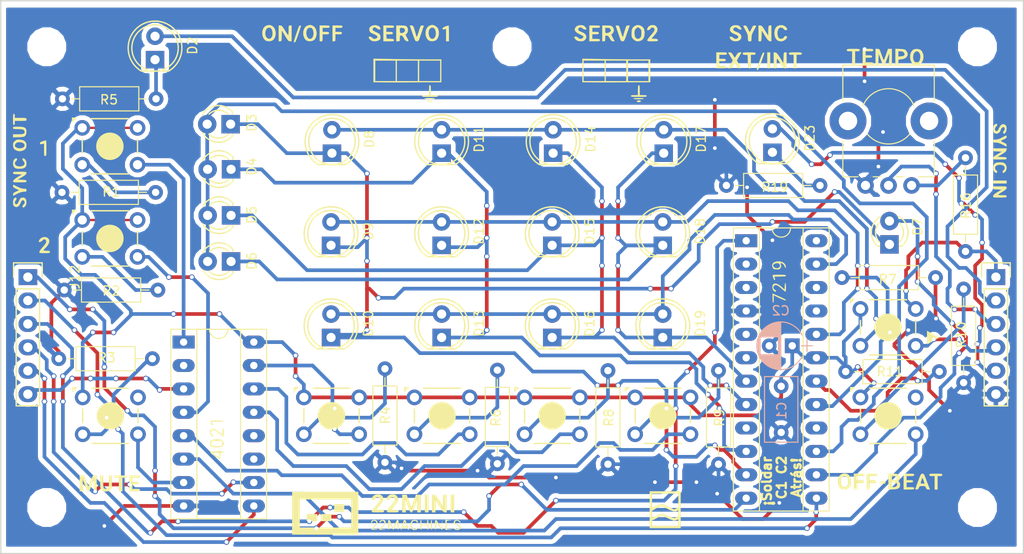
<source format=kicad_pcb>
(kicad_pcb (version 4) (host pcbnew 4.0.7)
  (layers (0 F.Cu signal) (31 B.Cu signal) (34 B.Paste user hide) (35 F.Paste user hide) (36 B.SilkS user) (37 F.SilkS user) (38 B.Mask user) (39 F.Mask user) (44 Edge.Cuts user))
  (net 0 "")
  (net 1 "Net-(ARDUINO1-Pad19)")
  (net 2 GND)
  (net 3 "Net-(ARDUINO1-Pad5)")
  (net 4 "Net-(ARDUINO1-Pad21)")
  (net 5 "Net-(ARDUINO1-Pad7)")
  (net 6 "Net-(ARDUINO1-Pad8)")
  (net 7 "Net-(ARDUINO1-Pad9)")
  (net 8 "Net-(ARDUINO1-Pad10)")
  (net 9 "Net-(ARDUINO1-Pad11)")
  (net 10 +5V)
  (net 11 "Net-(ARDUINO1-Pad12)")
  (net 12 +12V)
  (net 13 "Net-(D2-Pad1)")
  (net 14 "Net-(D10-Pad1)")
  (net 15 "Net-(D3-Pad2)")
  (net 16 "Net-(D11-Pad1)")
  (net 17 "Net-(D14-Pad1)")
  (net 18 "Net-(D17-Pad1)")
  (net 19 "Net-(D7-Pad2)")
  (net 20 "Net-(D11-Pad2)")
  (net 21 "Net-(D12-Pad2)")
  (net 22 "Net-(D10-Pad2)")
  (net 23 "Net-(D23-Pad1)")
  (net 24 "Net-(R1-Pad2)")
  (net 25 "Net-(R2-Pad2)")
  (net 26 "Net-(R3-Pad2)")
  (net 27 "Net-(R4-Pad2)")
  (net 28 "Net-(R6-Pad2)")
  (net 29 "Net-(R7-Pad2)")
  (net 30 "Net-(R8-Pad2)")
  (net 31 "Net-(R9-Pad2)")
  (net 32 "Net-(R10-Pad2)")
  (net 33 "Net-(R11-Pad2)")
  (net 34 "Net-(R16-Pad1)")
  (net 35 "Net-(SW1-Pad4)")
  (net 36 "Net-(SW2-Pad4)")
  (net 37 "Net-(SW3-Pad4)")
  (net 38 "Net-(SW5-Pad4)")
  (net 39 "Net-(SW6-Pad4)")
  (net 40 "Net-(SW8-Pad4)")
  (net 41 "Net-(SW9-Pad4)")
  (net 42 "Net-(SW10-Pad4)")
  (net 43 "Net-(U1-Pad2)")
  (net 44 "Net-(U1-Pad11)")
  (net 45 "Net-(U1-Pad12)")
  (net 46 "Net-(U2-Pad2)")
  (net 47 "Net-(U2-Pad3)")
  (net 48 "Net-(U2-Pad16)")
  (net 49 "Net-(U2-Pad5)")
  (net 50 "Net-(U2-Pad6)")
  (net 51 "Net-(U2-Pad9)")
  (net 52 "Net-(U2-Pad21)")
  (net 53 "Net-(U2-Pad22)")
  (net 54 "Net-(U2-Pad24)")
  (module Housings_DIP:DIP-24_W7.62mm_Socket_LongPads (layer F.Cu) (at 109.15 83.3)
    (fp_text reference U2 hide)
    (fp_text value MAX7219)
    (pad 1 thru_hole rect (at 0 0) (size 2.4 1.4) (drill 0.8) (layers *.Cu *.Mask) (net 7 "Net-(ARDUINO1-Pad9)"))
    (pad 13 thru_hole oval (at 7.62 27.94) (size 2.4 1.4) (drill 0.8) (layers *.Cu *.Mask) (net 6 "Net-(ARDUINO1-Pad8)"))
    (pad 2 thru_hole oval (at 0 2.54) (size 2.4 1.4) (drill 0.8) (layers *.Cu *.Mask) (net 46 "Net-(U2-Pad2)"))
    (pad 14 thru_hole oval (at 7.62 25.4) (size 2.4 1.4) (drill 0.8) (layers *.Cu *.Mask) (net 19 "Net-(D7-Pad2)"))
    (pad 3 thru_hole oval (at 0 5.08) (size 2.4 1.4) (drill 0.8) (layers *.Cu *.Mask) (net 47 "Net-(U2-Pad3)"))
    (pad 15 thru_hole oval (at 7.62 22.86) (size 2.4 1.4) (drill 0.8) (layers *.Cu *.Mask) (net 15 "Net-(D3-Pad2)"))
    (pad 4 thru_hole oval (at 0 7.62) (size 2.4 1.4) (drill 0.8) (layers *.Cu *.Mask) (net 2 GND))
    (pad 16 thru_hole oval (at 7.62 20.32) (size 2.4 1.4) (drill 0.8) (layers *.Cu *.Mask) (net 48 "Net-(U2-Pad16)"))
    (pad 5 thru_hole oval (at 0 10.16) (size 2.4 1.4) (drill 0.8) (layers *.Cu *.Mask) (net 49 "Net-(U2-Pad5)"))
    (pad 17 thru_hole oval (at 7.62 17.78) (size 2.4 1.4) (drill 0.8) (layers *.Cu *.Mask) (net 20 "Net-(D11-Pad2)"))
    (pad 6 thru_hole oval (at 0 12.7) (size 2.4 1.4) (drill 0.8) (layers *.Cu *.Mask) (net 50 "Net-(U2-Pad6)"))
    (pad 18 thru_hole oval (at 7.62 15.24) (size 2.4 1.4) (drill 0.8) (layers *.Cu *.Mask) (net 33 "Net-(R11-Pad2)"))
    (pad 7 thru_hole oval (at 0 15.24) (size 2.4 1.4) (drill 0.8) (layers *.Cu *.Mask) (net 18 "Net-(D17-Pad1)"))
    (pad 19 thru_hole oval (at 7.62 12.7) (size 2.4 1.4) (drill 0.8) (layers *.Cu *.Mask) (net 10 +5V))
    (pad 8 thru_hole oval (at 0 17.78) (size 2.4 1.4) (drill 0.8) (layers *.Cu *.Mask) (net 17 "Net-(D14-Pad1)"))
    (pad 20 thru_hole oval (at 7.62 10.16) (size 2.4 1.4) (drill 0.8) (layers *.Cu *.Mask) (net 21 "Net-(D12-Pad2)"))
    (pad 9 thru_hole oval (at 0 20.32) (size 2.4 1.4) (drill 0.8) (layers *.Cu *.Mask) (net 51 "Net-(U2-Pad9)"))
    (pad 21 thru_hole oval (at 7.62 7.62) (size 2.4 1.4) (drill 0.8) (layers *.Cu *.Mask) (net 52 "Net-(U2-Pad21)"))
    (pad 10 thru_hole oval (at 0 22.86) (size 2.4 1.4) (drill 0.8) (layers *.Cu *.Mask) (net 16 "Net-(D11-Pad1)"))
    (pad 22 thru_hole oval (at 7.62 5.08) (size 2.4 1.4) (drill 0.8) (layers *.Cu *.Mask) (net 53 "Net-(U2-Pad22)"))
    (pad 11 thru_hole oval (at 0 25.4) (size 2.4 1.4) (drill 0.8) (layers *.Cu *.Mask) (net 14 "Net-(D10-Pad1)"))
    (pad 23 thru_hole oval (at 7.62 2.54) (size 2.4 1.4) (drill 0.8) (layers *.Cu *.Mask) (net 22 "Net-(D10-Pad2)"))
    (pad 12 thru_hole oval (at 0 27.94) (size 2.4 1.4) (drill 0.8) (layers *.Cu *.Mask) (net 5 "Net-(ARDUINO1-Pad7)"))
    (pad 24 thru_hole oval (at 7.62 0) (size 2.4 1.4) (drill 0.8) (layers *.Cu *.Mask) (net 54 "Net-(U2-Pad24)"))
  )
  (module Housings_DIP:DIP-16_W7.62mm_Socket_LongPads (layer F.Cu) (at 48.1 94.3)
    (fp_text reference U1 hide)
    (fp_text value 4021)
    (pad 1 thru_hole rect (at 0 0) (size 2.4 1.4) (drill 0.8) (layers *.Cu *.Mask) (net 35 "Net-(SW1-Pad4)"))
    (pad 9 thru_hole oval (at 7.62 17.78) (size 2.4 1.4) (drill 0.8) (layers *.Cu *.Mask) (net 9 "Net-(ARDUINO1-Pad11)"))
    (pad 2 thru_hole oval (at 0 2.54) (size 2.4 1.4) (drill 0.8) (layers *.Cu *.Mask) (net 43 "Net-(U1-Pad2)"))
    (pad 10 thru_hole oval (at 7.62 15.24) (size 2.4 1.4) (drill 0.8) (layers *.Cu *.Mask) (net 8 "Net-(ARDUINO1-Pad10)"))
    (pad 3 thru_hole oval (at 0 5.08) (size 2.4 1.4) (drill 0.8) (layers *.Cu *.Mask) (net 11 "Net-(ARDUINO1-Pad12)"))
    (pad 11 thru_hole oval (at 7.62 12.7) (size 2.4 1.4) (drill 0.8) (layers *.Cu *.Mask) (net 44 "Net-(U1-Pad11)"))
    (pad 4 thru_hole oval (at 0 7.62) (size 2.4 1.4) (drill 0.8) (layers *.Cu *.Mask) (net 36 "Net-(SW2-Pad4)"))
    (pad 12 thru_hole oval (at 7.62 10.16) (size 2.4 1.4) (drill 0.8) (layers *.Cu *.Mask) (net 45 "Net-(U1-Pad12)"))
    (pad 5 thru_hole oval (at 0 10.16) (size 2.4 1.4) (drill 0.8) (layers *.Cu *.Mask) (net 41 "Net-(SW9-Pad4)"))
    (pad 13 thru_hole oval (at 7.62 7.62) (size 2.4 1.4) (drill 0.8) (layers *.Cu *.Mask) (net 40 "Net-(SW8-Pad4)"))
    (pad 6 thru_hole oval (at 0 12.7) (size 2.4 1.4) (drill 0.8) (layers *.Cu *.Mask) (net 42 "Net-(SW10-Pad4)"))
    (pad 14 thru_hole oval (at 7.62 5.08) (size 2.4 1.4) (drill 0.8) (layers *.Cu *.Mask) (net 39 "Net-(SW6-Pad4)"))
    (pad 7 thru_hole oval (at 0 15.24) (size 2.4 1.4) (drill 0.8) (layers *.Cu *.Mask) (net 37 "Net-(SW3-Pad4)"))
    (pad 15 thru_hole oval (at 7.62 2.54) (size 2.4 1.4) (drill 0.8) (layers *.Cu *.Mask) (net 38 "Net-(SW5-Pad4)"))
    (pad 8 thru_hole oval (at 0 17.78) (size 2.4 1.4) (drill 0.8) (layers *.Cu *.Mask) (net 2 GND))
    (pad 16 thru_hole oval (at 7.62 0) (size 2.4 1.4) (drill 0.8) (layers *.Cu *.Mask) (net 10 +5V))
  )
  (module Mounting_Holes:MountingHole_3.2mm_M3 (layer F.Cu) (at 33.25 112.25)
    (fp_text reference REF** hide)
    (fp_text value MountingHole_3.2mm_M3 hide)
    (pad 1 np_thru_hole circle (at 0 0) (size 3.2 3.2) (drill 3.2) (layers *.Cu *.Mask))
  )
  (module Mounting_Holes:MountingHole_3.2mm_M3 (layer F.Cu) (at 83.75 112.25)
    (fp_text reference REF** hide)
    (fp_text value MountingHole_3.2mm_M3 hide)
    (pad 1 np_thru_hole circle (at 0 0) (size 3.2 3.2) (drill 3.2) (layers *.Cu *.Mask))
  )
  (module Mounting_Holes:MountingHole_3.2mm_M3 (layer F.Cu) (at 134.25 112.25)
    (fp_text reference REF** hide)
    (fp_text value MountingHole_3.2mm_M3 hide)
    (pad 1 np_thru_hole circle (at 0 0) (size 3.2 3.2) (drill 3.2) (layers *.Cu *.Mask))
  )
  (module Mounting_Holes:MountingHole_3.2mm_M3 (layer F.Cu) (at 134.25 62.25)
    (fp_text reference REF** hide)
    (fp_text value MountingHole_3.2mm_M3 hide)
    (pad 1 np_thru_hole circle (at 0 0) (size 3.2 3.2) (drill 3.2) (layers *.Cu *.Mask))
  )
  (module Mounting_Holes:MountingHole_3.2mm_M3 (layer F.Cu) (at 83.75 62.25)
    (fp_text reference REF** hide)
    (fp_text value MountingHole_3.2mm_M3 hide)
    (pad 1 np_thru_hole circle (at 0 0) (size 3.2 3.2) (drill 3.2) (layers *.Cu *.Mask))
  )
  (module Capacitors_THT:C_Rect_L7.0mm_W3.5mm_P5.00mm (layer B.Cu) (at 112.95 99.1 270)
    (fp_text reference C1 (at 2.65 -0.05 270) (layer B.SilkS) (effects (justify mirror)))
    (fp_text value 100n)
    (pad 1 thru_hole circle (at 0 0 270) (size 1.6 1.6) (drill 0.8) (layers *.Cu *.Mask) (net 10 +5V))
    (pad 2 thru_hole circle (at 5 0 270) (size 1.6 1.6) (drill 0.8) (layers *.Cu *.Mask) (net 2 GND))
  )
  (module Capacitors_THT:CP_Radial_D5.0mm_P2.50mm (layer B.Cu) (at 114.15 94.7 180)
    (fp_text reference C2 (at 1.25 3.81 180) (layer B.SilkS) (effects (justify mirror)))
    (fp_text value 10u)
    (pad 1 thru_hole rect (at 0 0 180) (size 1.6 1.6) (drill 0.8) (layers *.Cu *.Mask) (net 10 +5V))
    (pad 2 thru_hole circle (at 2.5 0 180) (size 1.6 1.6) (drill 0.8) (layers *.Cu *.Mask) (net 2 GND))
  )
  (module LEDs:LED-5MM (layer F.Cu) (at 45 63.65 90)
    (fp_text reference D2 (at 1.524 4.064 90) (layer F.SilkS))
    (fp_text value LEDONOFF)
    (pad 1 thru_hole rect (at 0 0 180) (size 2 1.9) (drill 1.00076) (layers *.Cu *.Mask) (net 13 "Net-(D2-Pad1)"))
    (pad 2 thru_hole circle (at 2.54 0 90) (size 1.9 1.9) (drill 1.00076) (layers *.Cu *.Mask) (net 12 +12V))
  )
  (module LEDs:LED-3MM (layer F.Cu) (at 53.2 70.65 180)
    (fp_text reference D3 (at -2.3 0.15 270) (layer F.SilkS))
    (fp_text value T1W)
    (pad 1 thru_hole rect (at 0 0 270) (size 2 2) (drill 1.00076) (layers *.Cu *.Mask) (net 14 "Net-(D10-Pad1)"))
    (pad 2 thru_hole circle (at 2.54 0 180) (size 2 2) (drill 1.00076) (layers *.Cu *.Mask) (net 15 "Net-(D3-Pad2)"))
  )
  (module LEDs:LED-3MM (layer F.Cu) (at 53.25 75.55 180)
    (fp_text reference D4 (at -2.25 0.3 270) (layer F.SilkS))
    (fp_text value T1R)
    (pad 1 thru_hole rect (at 0 0 270) (size 2 2) (drill 1.00076) (layers *.Cu *.Mask) (net 16 "Net-(D11-Pad1)"))
    (pad 2 thru_hole circle (at 2.54 0 180) (size 2 2) (drill 1.00076) (layers *.Cu *.Mask) (net 15 "Net-(D3-Pad2)"))
  )
  (module LEDs:LED-3MM (layer F.Cu) (at 53.25 80.55 180)
    (fp_text reference D5 (at -2.25 0.05 270) (layer F.SilkS))
    (fp_text value T2W)
    (pad 1 thru_hole rect (at 0 0 270) (size 2 2) (drill 1.00076) (layers *.Cu *.Mask) (net 17 "Net-(D14-Pad1)"))
    (pad 2 thru_hole circle (at 2.54 0 180) (size 2 2) (drill 1.00076) (layers *.Cu *.Mask) (net 15 "Net-(D3-Pad2)"))
  )
  (module LEDs:LED-3MM (layer F.Cu) (at 53.25 85.55 180)
    (fp_text reference D6 (at -2.25 0.05 270) (layer F.SilkS))
    (fp_text value T2R)
    (pad 1 thru_hole rect (at 0 0 270) (size 2 2) (drill 1.00076) (layers *.Cu *.Mask) (net 18 "Net-(D17-Pad1)"))
    (pad 2 thru_hole circle (at 2.54 0 180) (size 2 2) (drill 1.00076) (layers *.Cu *.Mask) (net 15 "Net-(D3-Pad2)"))
  )
  (module LEDs:LED-3MM (layer F.Cu) (at 124.7 83.7 90)
    (fp_text reference D7 (at 1.91 3.06 90) (layer F.SilkS))
    (fp_text value OFFBEAT_LED)
    (pad 1 thru_hole rect (at 0 0 180) (size 2 2) (drill 1.00076) (layers *.Cu *.Mask) (net 14 "Net-(D10-Pad1)"))
    (pad 2 thru_hole circle (at 2.54 0 90) (size 2 2) (drill 1.00076) (layers *.Cu *.Mask) (net 19 "Net-(D7-Pad2)"))
  )
  (module LEDs:LED-5MM (layer F.Cu) (at 64.2 73.8 90)
    (fp_text reference D8 (at 1.524 4.064 90) (layer F.SilkS))
    (fp_text value T1P0)
    (pad 1 thru_hole rect (at 0 0 180) (size 2 1.9) (drill 1.00076) (layers *.Cu *.Mask) (net 14 "Net-(D10-Pad1)"))
    (pad 2 thru_hole circle (at 2.54 0 90) (size 1.9 1.9) (drill 1.00076) (layers *.Cu *.Mask) (net 20 "Net-(D11-Pad2)"))
  )
  (module LEDs:LED-5MM (layer F.Cu) (at 64.1 83.8 90)
    (fp_text reference D9 (at 1.524 4.064 90) (layer F.SilkS))
    (fp_text value T2P0)
    (pad 1 thru_hole rect (at 0 0 180) (size 2 1.9) (drill 1.00076) (layers *.Cu *.Mask) (net 14 "Net-(D10-Pad1)"))
    (pad 2 thru_hole circle (at 2.54 0 90) (size 1.9 1.9) (drill 1.00076) (layers *.Cu *.Mask) (net 21 "Net-(D12-Pad2)"))
  )
  (module LEDs:LED-5MM (layer F.Cu) (at 64.1 93.8 90)
    (fp_text reference D10 (at 1.524 4.064 90) (layer F.SilkS))
    (fp_text value CK0)
    (pad 1 thru_hole rect (at 0 0 180) (size 2 1.9) (drill 1.00076) (layers *.Cu *.Mask) (net 14 "Net-(D10-Pad1)"))
    (pad 2 thru_hole circle (at 2.54 0 90) (size 1.9 1.9) (drill 1.00076) (layers *.Cu *.Mask) (net 22 "Net-(D10-Pad2)"))
  )
  (module LEDs:LED-5MM (layer F.Cu) (at 76.1 73.8 90)
    (fp_text reference D11 (at 1.524 4.064 90) (layer F.SilkS))
    (fp_text value T1P1)
    (pad 1 thru_hole rect (at 0 0 180) (size 2 1.9) (drill 1.00076) (layers *.Cu *.Mask) (net 16 "Net-(D11-Pad1)"))
    (pad 2 thru_hole circle (at 2.54 0 90) (size 1.9 1.9) (drill 1.00076) (layers *.Cu *.Mask) (net 20 "Net-(D11-Pad2)"))
  )
  (module LEDs:LED-5MM (layer F.Cu) (at 76.1 83.8 90)
    (fp_text reference D12 (at 1.524 4.064 90) (layer F.SilkS))
    (fp_text value T2P1)
    (pad 1 thru_hole rect (at 0 0 180) (size 2 1.9) (drill 1.00076) (layers *.Cu *.Mask) (net 16 "Net-(D11-Pad1)"))
    (pad 2 thru_hole circle (at 2.54 0 90) (size 1.9 1.9) (drill 1.00076) (layers *.Cu *.Mask) (net 21 "Net-(D12-Pad2)"))
  )
  (module LEDs:LED-5MM (layer F.Cu) (at 76.1 93.8 90)
    (fp_text reference D13 (at 1.524 4.064 90) (layer F.SilkS))
    (fp_text value CK1)
    (pad 1 thru_hole rect (at 0 0 180) (size 2 1.9) (drill 1.00076) (layers *.Cu *.Mask) (net 16 "Net-(D11-Pad1)"))
    (pad 2 thru_hole circle (at 2.54 0 90) (size 1.9 1.9) (drill 1.00076) (layers *.Cu *.Mask) (net 22 "Net-(D10-Pad2)"))
  )
  (module LEDs:LED-5MM (layer F.Cu) (at 88.2 73.8 90)
    (fp_text reference D14 (at 1.524 4.064 90) (layer F.SilkS))
    (fp_text value T1P2)
    (pad 1 thru_hole rect (at 0 0 180) (size 2 1.9) (drill 1.00076) (layers *.Cu *.Mask) (net 17 "Net-(D14-Pad1)"))
    (pad 2 thru_hole circle (at 2.54 0 90) (size 1.9 1.9) (drill 1.00076) (layers *.Cu *.Mask) (net 20 "Net-(D11-Pad2)"))
  )
  (module LEDs:LED-5MM (layer F.Cu) (at 88.1 83.8 90)
    (fp_text reference D15 (at 1.524 4.064 90) (layer F.SilkS))
    (fp_text value T2P2)
    (pad 1 thru_hole rect (at 0 0 180) (size 2 1.9) (drill 1.00076) (layers *.Cu *.Mask) (net 17 "Net-(D14-Pad1)"))
    (pad 2 thru_hole circle (at 2.54 0 90) (size 1.9 1.9) (drill 1.00076) (layers *.Cu *.Mask) (net 21 "Net-(D12-Pad2)"))
  )
  (module LEDs:LED-5MM (layer F.Cu) (at 88.1 93.8 90)
    (fp_text reference D16 (at 1.524 4.064 90) (layer F.SilkS))
    (fp_text value CK2)
    (pad 1 thru_hole rect (at 0 0 180) (size 2 1.9) (drill 1.00076) (layers *.Cu *.Mask) (net 17 "Net-(D14-Pad1)"))
    (pad 2 thru_hole circle (at 2.54 0 90) (size 1.9 1.9) (drill 1.00076) (layers *.Cu *.Mask) (net 22 "Net-(D10-Pad2)"))
  )
  (module LEDs:LED-5MM (layer F.Cu) (at 100.2 73.8 90)
    (fp_text reference D17 (at 1.524 4.064 90) (layer F.SilkS))
    (fp_text value T1P3)
    (pad 1 thru_hole rect (at 0 0 180) (size 2 1.9) (drill 1.00076) (layers *.Cu *.Mask) (net 18 "Net-(D17-Pad1)"))
    (pad 2 thru_hole circle (at 2.54 0 90) (size 1.9 1.9) (drill 1.00076) (layers *.Cu *.Mask) (net 20 "Net-(D11-Pad2)"))
  )
  (module LEDs:LED-5MM (layer F.Cu) (at 100.1 83.8 90)
    (fp_text reference D18 (at 1.524 4.064 90) (layer F.SilkS))
    (fp_text value T2P3)
    (pad 1 thru_hole rect (at 0 0 180) (size 2 1.9) (drill 1.00076) (layers *.Cu *.Mask) (net 18 "Net-(D17-Pad1)"))
    (pad 2 thru_hole circle (at 2.54 0 90) (size 1.9 1.9) (drill 1.00076) (layers *.Cu *.Mask) (net 21 "Net-(D12-Pad2)"))
  )
  (module LEDs:LED-5MM (layer F.Cu) (at 100.1 93.8 90)
    (fp_text reference D19 (at 1.524 4.064 90) (layer F.SilkS))
    (fp_text value CK3)
    (pad 1 thru_hole rect (at 0 0 180) (size 2 1.9) (drill 1.00076) (layers *.Cu *.Mask) (net 18 "Net-(D17-Pad1)"))
    (pad 2 thru_hole circle (at 2.54 0 90) (size 1.9 1.9) (drill 1.00076) (layers *.Cu *.Mask) (net 22 "Net-(D10-Pad2)"))
  )
  (module LEDs:LED-5MM (layer F.Cu) (at 112 73.7 90)
    (fp_text reference D23 (at 1.524 4.064 90) (layer F.SilkS))
    (fp_text value TEMPOLED)
    (pad 1 thru_hole rect (at 0 0 180) (size 2 1.9) (drill 1.00076) (layers *.Cu *.Mask) (net 23 "Net-(D23-Pad1)"))
    (pad 2 thru_hole circle (at 2.54 0 90) (size 1.9 1.9) (drill 1.00076) (layers *.Cu *.Mask) (net 4 "Net-(ARDUINO1-Pad21)"))
  )
  (module Socket_Strips:Socket_Strip_Straight_1x06 (layer F.Cu) (at 31.2 87.25 270)
    (fp_text reference J12 (at 0 -5.1 270) (layer F.SilkS))
    (fp_text value 4021/7219UP)
    (pad 1 thru_hole rect (at 0 0 270) (size 1.7272 2.032) (drill 1.016) (layers *.Cu *.Mask) (net 5 "Net-(ARDUINO1-Pad7)"))
    (pad 2 thru_hole oval (at 2.54 0 270) (size 1.7272 2.032) (drill 1.016) (layers *.Cu *.Mask) (net 6 "Net-(ARDUINO1-Pad8)"))
    (pad 3 thru_hole oval (at 5.08 0 270) (size 1.7272 2.032) (drill 1.016) (layers *.Cu *.Mask) (net 7 "Net-(ARDUINO1-Pad9)"))
    (pad 4 thru_hole oval (at 7.62 0 270) (size 1.7272 2.032) (drill 1.016) (layers *.Cu *.Mask) (net 8 "Net-(ARDUINO1-Pad10)"))
    (pad 5 thru_hole oval (at 10.16 0 270) (size 1.7272 2.032) (drill 1.016) (layers *.Cu *.Mask) (net 9 "Net-(ARDUINO1-Pad11)"))
    (pad 6 thru_hole oval (at 12.7 0 270) (size 1.7272 2.032) (drill 1.016) (layers *.Cu *.Mask) (net 11 "Net-(ARDUINO1-Pad12)"))
  )
  (module Socket_Strips:Socket_Strip_Straight_1x06 (layer F.Cu) (at 136.25 87.25 270)
    (fp_text reference J13 hide)
    (fp_text value "AUX BUS UP")
    (pad 1 thru_hole rect (at 0 0 270) (size 1.7272 2.032) (drill 1.016) (layers *.Cu *.Mask) (net 10 +5V))
    (pad 2 thru_hole oval (at 2.54 0 270) (size 1.7272 2.032) (drill 1.016) (layers *.Cu *.Mask) (net 12 +12V))
    (pad 3 thru_hole oval (at 5.08 0 270) (size 1.7272 2.032) (drill 1.016) (layers *.Cu *.Mask) (net 1 "Net-(ARDUINO1-Pad19)"))
    (pad 4 thru_hole oval (at 7.62 0 270) (size 1.7272 2.032) (drill 1.016) (layers *.Cu *.Mask) (net 3 "Net-(ARDUINO1-Pad5)"))
    (pad 5 thru_hole oval (at 10.16 0 270) (size 1.7272 2.032) (drill 1.016) (layers *.Cu *.Mask) (net 4 "Net-(ARDUINO1-Pad21)"))
    (pad 6 thru_hole oval (at 12.7 0 270) (size 1.7272 2.032) (drill 1.016) (layers *.Cu *.Mask) (net 2 GND))
  )
  (module Resistors_THT:R_Axial_DIN0207_L6.3mm_D2.5mm_P10.16mm_Horizontal (layer F.Cu) (at 34.9 78.05)
    (fp_text reference R1 (at 5.35 -0.05) (layer F.SilkS))
    (fp_text value 10K)
    (pad 1 thru_hole circle (at 0 0) (size 1.6 1.6) (drill 0.8) (layers *.Cu *.Mask) (net 2 GND))
    (pad 2 thru_hole oval (at 10.16 0) (size 1.6 1.6) (drill 0.8) (layers *.Cu *.Mask) (net 24 "Net-(R1-Pad2)"))
  )
  (module Resistors_THT:R_Axial_DIN0207_L6.3mm_D2.5mm_P10.16mm_Horizontal (layer F.Cu) (at 35.15 88.65)
    (fp_text reference R2 (at 5.1 0.1) (layer F.SilkS))
    (fp_text value 10K)
    (pad 1 thru_hole circle (at 0 0) (size 1.6 1.6) (drill 0.8) (layers *.Cu *.Mask) (net 2 GND))
    (pad 2 thru_hole oval (at 10.16 0) (size 1.6 1.6) (drill 0.8) (layers *.Cu *.Mask) (net 25 "Net-(R2-Pad2)"))
  )
  (module Resistors_THT:R_Axial_DIN0207_L6.3mm_D2.5mm_P10.16mm_Horizontal (layer F.Cu) (at 34.55 96.1)
    (fp_text reference R3 (at 5.2 -0.1) (layer F.SilkS))
    (fp_text value 10K)
    (pad 1 thru_hole circle (at 0 0) (size 1.6 1.6) (drill 0.8) (layers *.Cu *.Mask) (net 2 GND))
    (pad 2 thru_hole oval (at 10.16 0) (size 1.6 1.6) (drill 0.8) (layers *.Cu *.Mask) (net 26 "Net-(R3-Pad2)"))
  )
  (module Resistors_THT:R_Axial_DIN0207_L6.3mm_D2.5mm_P10.16mm_Horizontal (layer F.Cu) (at 69.95 107.35 90)
    (fp_text reference R4 (at 5.1 0.05 90) (layer F.SilkS))
    (fp_text value 10K)
    (pad 1 thru_hole circle (at 0 0 90) (size 1.6 1.6) (drill 0.8) (layers *.Cu *.Mask) (net 2 GND))
    (pad 2 thru_hole oval (at 10.16 0 90) (size 1.6 1.6) (drill 0.8) (layers *.Cu *.Mask) (net 27 "Net-(R4-Pad2)"))
  )
  (module Resistors_THT:R_Axial_DIN0207_L6.3mm_D2.5mm_P10.16mm_Horizontal (layer F.Cu) (at 34.95 67.9)
    (fp_text reference R5 (at 5.05 0.1) (layer F.SilkS))
    (fp_text value 1K)
    (pad 1 thru_hole circle (at 0 0) (size 1.6 1.6) (drill 0.8) (layers *.Cu *.Mask) (net 2 GND))
    (pad 2 thru_hole oval (at 10.16 0) (size 1.6 1.6) (drill 0.8) (layers *.Cu *.Mask) (net 13 "Net-(D2-Pad1)"))
  )
  (module Resistors_THT:R_Axial_DIN0207_L6.3mm_D2.5mm_P10.16mm_Horizontal (layer F.Cu) (at 82.15 107.5 90)
    (fp_text reference R6 (at 5 -0.15 90) (layer F.SilkS))
    (fp_text value 10K)
    (pad 1 thru_hole circle (at 0 0 90) (size 1.6 1.6) (drill 0.8) (layers *.Cu *.Mask) (net 2 GND))
    (pad 2 thru_hole oval (at 10.16 0 90) (size 1.6 1.6) (drill 0.8) (layers *.Cu *.Mask) (net 28 "Net-(R6-Pad2)"))
  )
  (module Resistors_THT:R_Axial_DIN0207_L6.3mm_D2.5mm_P10.16mm_Horizontal (layer F.Cu) (at 129.7 87.3 180)
    (fp_text reference R7 (at 5.2 -0.2 180) (layer F.SilkS))
    (fp_text value R)
    (pad 1 thru_hole circle (at 0 0 180) (size 1.6 1.6) (drill 0.8) (layers *.Cu *.Mask) (net 2 GND))
    (pad 2 thru_hole oval (at 10.16 0 180) (size 1.6 1.6) (drill 0.8) (layers *.Cu *.Mask) (net 29 "Net-(R7-Pad2)"))
  )
  (module Resistors_THT:R_Axial_DIN0207_L6.3mm_D2.5mm_P10.16mm_Horizontal (layer F.Cu) (at 94.15 107.55 90)
    (fp_text reference R8 (at 5.05 0.1 90) (layer F.SilkS))
    (fp_text value 10K)
    (pad 1 thru_hole circle (at 0 0 90) (size 1.6 1.6) (drill 0.8) (layers *.Cu *.Mask) (net 2 GND))
    (pad 2 thru_hole oval (at 10.16 0 90) (size 1.6 1.6) (drill 0.8) (layers *.Cu *.Mask) (net 30 "Net-(R8-Pad2)"))
  )
  (module Resistors_THT:R_Axial_DIN0207_L6.3mm_D2.5mm_P10.16mm_Horizontal (layer F.Cu) (at 106.15 107.55 90)
    (fp_text reference R9 (at 5.05 0.1 90) (layer F.SilkS))
    (fp_text value 10K)
    (pad 1 thru_hole circle (at 0 0 90) (size 1.6 1.6) (drill 0.8) (layers *.Cu *.Mask) (net 2 GND))
    (pad 2 thru_hole oval (at 10.16 0 90) (size 1.6 1.6) (drill 0.8) (layers *.Cu *.Mask) (net 31 "Net-(R9-Pad2)"))
  )
  (module Resistors_THT:R_Axial_DIN0207_L6.3mm_D2.5mm_P10.16mm_Horizontal (layer F.Cu) (at 132.75 98.7 90)
    (fp_text reference R10 (at 5.2 -0.25 90) (layer F.SilkS))
    (fp_text value R)
    (pad 1 thru_hole circle (at 0 0 90) (size 1.6 1.6) (drill 0.8) (layers *.Cu *.Mask) (net 2 GND))
    (pad 2 thru_hole oval (at 10.16 0 90) (size 1.6 1.6) (drill 0.8) (layers *.Cu *.Mask) (net 32 "Net-(R10-Pad2)"))
  )
  (module Resistors_THT:R_Axial_DIN0207_L6.3mm_D2.5mm_P10.16mm_Horizontal (layer F.Cu) (at 119.95 97.5)
    (fp_text reference R11 (at 4.8 0) (layer F.SilkS))
    (fp_text value 10K)
    (pad 1 thru_hole circle (at 0 0) (size 1.6 1.6) (drill 0.8) (layers *.Cu *.Mask) (net 10 +5V))
    (pad 2 thru_hole oval (at 10.16 0) (size 1.6 1.6) (drill 0.8) (layers *.Cu *.Mask) (net 33 "Net-(R11-Pad2)"))
  )
  (module Resistors_THT:R_Axial_DIN0207_L6.3mm_D2.5mm_P10.16mm_Horizontal (layer F.Cu) (at 132.95 74.3 270)
    (fp_text reference R16 (at 5.2 -0.05 270) (layer F.SilkS))
    (fp_text value 220R)
    (pad 1 thru_hole circle (at 0 0 270) (size 1.6 1.6) (drill 0.8) (layers *.Cu *.Mask) (net 34 "Net-(R16-Pad1)"))
    (pad 2 thru_hole oval (at 10.16 0 270) (size 1.6 1.6) (drill 0.8) (layers *.Cu *.Mask) (net 10 +5V))
  )
  (module Resistors_THT:R_Axial_DIN0207_L6.3mm_D2.5mm_P10.16mm_Horizontal (layer F.Cu) (at 107 77.3)
    (fp_text reference R19 (at 5.25 0.2) (layer F.SilkS))
    (fp_text value 220R)
    (pad 1 thru_hole circle (at 0 0) (size 1.6 1.6) (drill 0.8) (layers *.Cu *.Mask) (net 2 GND))
    (pad 2 thru_hole oval (at 10.16 0) (size 1.6 1.6) (drill 0.8) (layers *.Cu *.Mask) (net 23 "Net-(D23-Pad1)"))
  )
  (module Potentiometers:Potentiometer_Alps_RK09K_Horizontal (layer F.Cu) (at 127.1 77.3 90)
    (fp_text reference RV1 hide)
    (fp_text value TEMPO)
    (pad 3 thru_hole circle (at 0 -5 90) (size 1.8 1.8) (drill 1) (layers *.Cu *.Mask) (net 2 GND))
    (pad 2 thru_hole circle (at 0 -2.5 90) (size 1.8 1.8) (drill 1) (layers *.Cu *.Mask) (net 1 "Net-(ARDUINO1-Pad19)"))
    (pad 1 thru_hole circle (at 0 0 90) (size 1.8 1.8) (drill 1) (layers *.Cu *.Mask) (net 34 "Net-(R16-Pad1)"))
    (pad 0 np_thru_hole circle (at 7 -6.9 90) (size 4 4) (drill 2) (layers *.Cu *.Mask))
    (pad 0 np_thru_hole circle (at 7 1.9 90) (size 4 4) (drill 2) (layers *.Cu *.Mask))
  )
  (module Buttons_Switches_ThroughHole:SW_TH_Tactile_Omron_B3F-10xx (layer F.Cu) (at 37.1 71.05)
    (fp_text reference SW1 hide)
    (fp_text value TR01)
    (pad 4 thru_hole circle (at 6 4) (size 1.7 1.7) (drill 1) (layers *.Cu *.Mask) (net 35 "Net-(SW1-Pad4)"))
    (pad 3 thru_hole circle (at 0 4) (size 1.7 1.7) (drill 1) (layers *.Cu *.Mask) (net 24 "Net-(R1-Pad2)"))
    (pad 2 thru_hole circle (at 6 0) (size 1.7 1.7) (drill 1) (layers *.Cu *.Mask) (net 10 +5V))
    (pad 1 thru_hole circle (at 0 0) (size 1.7 1.7) (drill 1) (layers *.Cu *.Mask) (net 10 +5V))
  )
  (module Buttons_Switches_ThroughHole:SW_TH_Tactile_Omron_B3F-10xx (layer F.Cu) (at 37.1 81.05)
    (fp_text reference SW2 hide)
    (fp_text value TR02)
    (pad 4 thru_hole circle (at 6 4) (size 1.7 1.7) (drill 1) (layers *.Cu *.Mask) (net 36 "Net-(SW2-Pad4)"))
    (pad 3 thru_hole circle (at 0 4) (size 1.7 1.7) (drill 1) (layers *.Cu *.Mask) (net 25 "Net-(R2-Pad2)"))
    (pad 2 thru_hole circle (at 6 0) (size 1.7 1.7) (drill 1) (layers *.Cu *.Mask) (net 10 +5V))
    (pad 1 thru_hole circle (at 0 0) (size 1.7 1.7) (drill 1) (layers *.Cu *.Mask) (net 10 +5V))
  )
  (module Buttons_Switches_ThroughHole:SW_TH_Tactile_Omron_B3F-10xx (layer F.Cu) (at 37.15 100.3)
    (fp_text reference SW3 hide)
    (fp_text value MUTE)
    (pad 4 thru_hole circle (at 6 4) (size 1.7 1.7) (drill 1) (layers *.Cu *.Mask) (net 37 "Net-(SW3-Pad4)"))
    (pad 3 thru_hole circle (at 0 4) (size 1.7 1.7) (drill 1) (layers *.Cu *.Mask) (net 26 "Net-(R3-Pad2)"))
    (pad 2 thru_hole circle (at 6 0) (size 1.7 1.7) (drill 1) (layers *.Cu *.Mask) (net 10 +5V))
    (pad 1 thru_hole circle (at 0 0) (size 1.7 1.7) (drill 1) (layers *.Cu *.Mask) (net 10 +5V))
  )
  (module Buttons_Switches_ThroughHole:SW_TH_Tactile_Omron_B3F-10xx (layer F.Cu) (at 61.15 100.3)
    (fp_text reference SW5 hide)
    (fp_text value ST01)
    (pad 4 thru_hole circle (at 6 4) (size 1.7 1.7) (drill 1) (layers *.Cu *.Mask) (net 38 "Net-(SW5-Pad4)"))
    (pad 3 thru_hole circle (at 0 4) (size 1.7 1.7) (drill 1) (layers *.Cu *.Mask) (net 27 "Net-(R4-Pad2)"))
    (pad 2 thru_hole circle (at 6 0) (size 1.7 1.7) (drill 1) (layers *.Cu *.Mask) (net 10 +5V))
    (pad 1 thru_hole circle (at 0 0) (size 1.7 1.7) (drill 1) (layers *.Cu *.Mask) (net 10 +5V))
  )
  (module Buttons_Switches_ThroughHole:SW_TH_Tactile_Omron_B3F-10xx (layer F.Cu) (at 73.15 100.3)
    (fp_text reference SW6 hide)
    (fp_text value ST02)
    (pad 4 thru_hole circle (at 6 4) (size 1.7 1.7) (drill 1) (layers *.Cu *.Mask) (net 39 "Net-(SW6-Pad4)"))
    (pad 3 thru_hole circle (at 0 4) (size 1.7 1.7) (drill 1) (layers *.Cu *.Mask) (net 28 "Net-(R6-Pad2)"))
    (pad 2 thru_hole circle (at 6 0) (size 1.7 1.7) (drill 1) (layers *.Cu *.Mask) (net 10 +5V))
    (pad 1 thru_hole circle (at 0 0) (size 1.7 1.7) (drill 1) (layers *.Cu *.Mask) (net 10 +5V))
  )
  (module Buttons_Switches_ThroughHole:SW_TH_Tactile_Omron_B3F-10xx (layer F.Cu) (at 121.55 90.7)
    (fp_text reference SW7 hide)
    (fp_text value PLAY/PAUSE/CLEAR)
    (pad 4 thru_hole circle (at 6 4) (size 1.7 1.7) (drill 1) (layers *.Cu *.Mask) (net 3 "Net-(ARDUINO1-Pad5)"))
    (pad 3 thru_hole circle (at 0 4) (size 1.7 1.7) (drill 1) (layers *.Cu *.Mask) (net 29 "Net-(R7-Pad2)"))
    (pad 2 thru_hole circle (at 6 0) (size 1.7 1.7) (drill 1) (layers *.Cu *.Mask) (net 10 +5V))
    (pad 1 thru_hole circle (at 0 0) (size 1.7 1.7) (drill 1) (layers *.Cu *.Mask) (net 10 +5V))
  )
  (module Buttons_Switches_ThroughHole:SW_TH_Tactile_Omron_B3F-10xx (layer F.Cu) (at 85.1 100.3)
    (fp_text reference SW8 hide)
    (fp_text value ST03)
    (pad 4 thru_hole circle (at 6 4) (size 1.7 1.7) (drill 1) (layers *.Cu *.Mask) (net 40 "Net-(SW8-Pad4)"))
    (pad 3 thru_hole circle (at 0 4) (size 1.7 1.7) (drill 1) (layers *.Cu *.Mask) (net 30 "Net-(R8-Pad2)"))
    (pad 2 thru_hole circle (at 6 0) (size 1.7 1.7) (drill 1) (layers *.Cu *.Mask) (net 10 +5V))
    (pad 1 thru_hole circle (at 0 0) (size 1.7 1.7) (drill 1) (layers *.Cu *.Mask) (net 10 +5V))
  )
  (module Buttons_Switches_ThroughHole:SW_TH_Tactile_Omron_B3F-10xx (layer F.Cu) (at 97.1 100.3)
    (fp_text reference SW9 hide)
    (fp_text value ST04)
    (pad 4 thru_hole circle (at 6 4) (size 1.7 1.7) (drill 1) (layers *.Cu *.Mask) (net 41 "Net-(SW9-Pad4)"))
    (pad 3 thru_hole circle (at 0 4) (size 1.7 1.7) (drill 1) (layers *.Cu *.Mask) (net 31 "Net-(R9-Pad2)"))
    (pad 2 thru_hole circle (at 6 0) (size 1.7 1.7) (drill 1) (layers *.Cu *.Mask) (net 10 +5V))
    (pad 1 thru_hole circle (at 0 0) (size 1.7 1.7) (drill 1) (layers *.Cu *.Mask) (net 10 +5V))
  )
  (module Buttons_Switches_ThroughHole:SW_TH_Tactile_Omron_B3F-10xx (layer F.Cu) (at 121.55 100.3)
    (fp_text reference SW10 hide)
    (fp_text value OFFBEAT)
    (pad 4 thru_hole circle (at 6 4) (size 1.7 1.7) (drill 1) (layers *.Cu *.Mask) (net 42 "Net-(SW10-Pad4)"))
    (pad 3 thru_hole circle (at 0 4) (size 1.7 1.7) (drill 1) (layers *.Cu *.Mask) (net 32 "Net-(R10-Pad2)"))
    (pad 2 thru_hole circle (at 6 0) (size 1.7 1.7) (drill 1) (layers *.Cu *.Mask) (net 10 +5V))
    (pad 1 thru_hole circle (at 0 0) (size 1.7 1.7) (drill 1) (layers *.Cu *.Mask) (net 10 +5V))
  )
  (module Mounting_Holes:MountingHole_3.2mm_M3 (layer F.Cu) (at 33.25 62.25)
    (fp_text reference REF** hide)
    (fp_text value MountingHole_3.2mm_M3 hide)
    (pad 1 np_thru_hole circle (at 0 0) (size 3.2 3.2) (drill 3.2) (layers *.Cu *.Mask))
  )
  (module LOGOS:22mini_texto (layer F.Cu) (at 83.5 87.5)
    (fp_text reference G*** hide)
    (fp_text value LOGO hide)
  )
  (gr_text "¡Soldar \nC1 C2\nAtrás!" (at 113 109 90) (layer F.SilkS) (effects (font (size 1 1) (thickness 0.25))))
  (gr_line (start 28.25 117.25) (end 139.25 117.25) (angle 90) (layer Edge.Cuts) (width 0.15))
  (gr_line (start 28.25 117.25) (end 28.25 57.25) (angle 90) (layer Edge.Cuts) (width 0.15))
  (gr_line (start 139.25 57.25) (end 139.25 117.25) (angle 90) (layer Edge.Cuts) (width 0.15))
  (gr_line (start 28.25 57.25) (end 139.25 57.25) (angle 90) (layer Edge.Cuts) (width 0.15))
  (segment (start 136.25 92.33) (end 135.58 92.33) (width 0.4) (layer B.Cu) (net 1))
  (segment (start 135.58 92.33) (end 134 90.75) (width 0.4) (layer B.Cu) (net 1))
  (via (at 134 90.75) (size 0.6) (drill 0.4) (layers F.Cu B.Cu) (net 1))
  (segment (start 134 90.75) (end 131.75 90.75) (width 0.4) (layer F.Cu) (net 1))
  (via (at 131.75 90.75) (size 0.6) (drill 0.4) (layers F.Cu B.Cu) (net 1))
  (segment (start 131.75 90.75) (end 131 90) (width 0.4) (layer B.Cu) (net 1))
  (segment (start 131 90) (end 131 88.5) (width 0.4) (layer B.Cu) (net 1))
  (segment (start 131 88.5) (end 131.25 88.25) (width 0.4) (layer B.Cu) (net 1))
  (segment (start 131.25 88.25) (end 131.25 86.5) (width 0.4) (layer B.Cu) (net 1))
  (segment (start 131.25 86.5) (end 129.75 85) (width 0.4) (layer B.Cu) (net 1))
  (segment (start 129.75 85) (end 129.75 78.25) (width 0.4) (layer B.Cu) (net 1))
  (via (at 129.75 78.25) (size 0.6) (drill 0.4) (layers F.Cu B.Cu) (net 1))
  (segment (start 129.75 78.25) (end 129.75 76) (width 0.4) (layer F.Cu) (net 1))
  (via (at 129.75 76) (size 0.6) (drill 0.4) (layers F.Cu B.Cu) (net 1))
  (segment (start 129.75 76) (end 129 75.25) (width 0.4) (layer B.Cu) (net 1))
  (segment (start 129 75.25) (end 126 75.25) (width 0.4) (layer B.Cu) (net 1))
  (segment (start 126 75.25) (end 124.6 76.65) (width 0.4) (layer B.Cu) (net 1))
  (segment (start 124.6 76.65) (end 124.6 77.3) (width 0.4) (layer B.Cu) (net 1))
  (segment (start 34.55 96.1) (end 34.55 95.3) (width 0.4) (layer F.Cu) (net 2))
  (segment (start 34.55 95.3) (end 33.75 94.5) (width 0.4) (layer F.Cu) (net 2))
  (segment (start 33.75 90.05) (end 35.15 88.65) (width 0.4) (layer F.Cu) (net 2))
  (segment (start 33.75 94.5) (end 33.75 90.05) (width 0.4) (layer F.Cu) (net 2))
  (segment (start 122 67) (end 122 66) (width 0.4) (layer B.Cu) (net 2))
  (via (at 122 62.5) (size 0.6) (drill 0.4) (layers F.Cu B.Cu) (net 2))
  (segment (start 122 66) (end 122 62.5) (width 0.4) (layer F.Cu) (net 2))
  (via (at 122 66) (size 0.6) (drill 0.4) (layers F.Cu B.Cu) (net 2))
  (segment (start 129.7 87.3) (end 129.7 91.7) (width 0.4) (layer F.Cu) (net 2))
  (via (at 131.25 101.75) (size 0.6) (drill 0.4) (layers F.Cu B.Cu) (net 2))
  (segment (start 129 99.5) (end 131.25 101.75) (width 0.4) (layer F.Cu) (net 2))
  (segment (start 129 98.25) (end 129 99.5) (width 0.4) (layer F.Cu) (net 2))
  (segment (start 127.25 96.5) (end 129 98.25) (width 0.4) (layer F.Cu) (net 2))
  (segment (start 127 96.5) (end 127.25 96.5) (width 0.4) (layer F.Cu) (net 2))
  (segment (start 125.25 94.75) (end 127 96.5) (width 0.4) (layer F.Cu) (net 2))
  (segment (start 125.25 94.5) (end 125.25 94.75) (width 0.4) (layer F.Cu) (net 2))
  (segment (start 126.75 93) (end 125.25 94.5) (width 0.4) (layer F.Cu) (net 2))
  (via (at 126.75 93) (size 0.6) (drill 0.4) (layers F.Cu B.Cu) (net 2))
  (segment (start 128.5 93) (end 126.75 93) (width 0.4) (layer B.Cu) (net 2))
  (segment (start 129.75 91.75) (end 128.5 93) (width 0.4) (layer B.Cu) (net 2))
  (via (at 129.75 91.75) (size 0.6) (drill 0.4) (layers F.Cu B.Cu) (net 2))
  (segment (start 129.7 91.7) (end 129.75 91.75) (width 0.4) (layer F.Cu) (net 2))
  (segment (start 107 77.3) (end 107 74.5) (width 0.4) (layer B.Cu) (net 2))
  (segment (start 123.5 75.25) (end 122.1 76.65) (width 0.4) (layer B.Cu) (net 2))
  (via (at 123.5 75.25) (size 0.6) (drill 0.4) (layers F.Cu B.Cu) (net 2))
  (segment (start 123.5 72) (end 123.5 75.25) (width 0.4) (layer F.Cu) (net 2))
  (segment (start 124 71.5) (end 123.5 72) (width 0.4) (layer F.Cu) (net 2))
  (via (at 124 71.5) (size 0.6) (drill 0.4) (layers F.Cu B.Cu) (net 2))
  (segment (start 124 69) (end 124 71.5) (width 0.4) (layer B.Cu) (net 2))
  (segment (start 122 67) (end 124 69) (width 0.4) (layer B.Cu) (net 2))
  (segment (start 106.75 67) (end 122 67) (width 0.4) (layer B.Cu) (net 2))
  (segment (start 105.75 68) (end 106.75 67) (width 0.4) (layer B.Cu) (net 2))
  (via (at 105.75 68) (size 0.6) (drill 0.4) (layers F.Cu B.Cu) (net 2))
  (segment (start 105.75 73.25) (end 105.75 68) (width 0.4) (layer F.Cu) (net 2))
  (via (at 105.75 73.25) (size 0.6) (drill 0.4) (layers F.Cu B.Cu) (net 2))
  (segment (start 107 74.5) (end 105.75 73.25) (width 0.4) (layer B.Cu) (net 2))
  (segment (start 122.1 76.65) (end 122.1 77.3) (width 0.4) (layer B.Cu) (net 2))
  (segment (start 109.15 90.92) (end 110.58 90.92) (width 0.4) (layer B.Cu) (net 2))
  (via (at 109.25 77.5) (size 0.6) (drill 0.4) (layers F.Cu B.Cu) (net 2))
  (segment (start 109.25 80.5) (end 109.25 77.5) (width 0.4) (layer F.Cu) (net 2))
  (segment (start 112 83.25) (end 109.25 80.5) (width 0.4) (layer F.Cu) (net 2))
  (via (at 112 83.25) (size 0.6) (drill 0.4) (layers F.Cu B.Cu) (net 2))
  (segment (start 112 89.5) (end 112 83.25) (width 0.4) (layer B.Cu) (net 2))
  (segment (start 110.58 90.92) (end 112 89.5) (width 0.4) (layer B.Cu) (net 2))
  (segment (start 106.15 107.55) (end 106.15 110.6) (width 0.4) (layer B.Cu) (net 2))
  (via (at 112.75 111.75) (size 0.6) (drill 0.4) (layers F.Cu B.Cu) (net 2))
  (segment (start 111 113.5) (end 112.75 111.75) (width 0.4) (layer F.Cu) (net 2))
  (segment (start 108.75 113.5) (end 111 113.5) (width 0.4) (layer F.Cu) (net 2))
  (segment (start 106 110.75) (end 108.75 113.5) (width 0.4) (layer F.Cu) (net 2))
  (via (at 106 110.75) (size 0.6) (drill 0.4) (layers F.Cu B.Cu) (net 2))
  (segment (start 106.15 110.6) (end 106 110.75) (width 0.4) (layer B.Cu) (net 2))
  (segment (start 106.15 107.55) (end 105.7 107.55) (width 0.4) (layer B.Cu) (net 2))
  (segment (start 105.7 107.55) (end 103.75 109.5) (width 0.4) (layer B.Cu) (net 2))
  (via (at 103.75 109.5) (size 0.6) (drill 0.4) (layers F.Cu B.Cu) (net 2))
  (segment (start 103.75 109.5) (end 99.25 109.5) (width 0.4) (layer F.Cu) (net 2))
  (via (at 99.25 109.5) (size 0.6) (drill 0.4) (layers F.Cu B.Cu) (net 2))
  (segment (start 99.25 109.5) (end 97.3 107.55) (width 0.4) (layer B.Cu) (net 2))
  (segment (start 97.3 107.55) (end 94.15 107.55) (width 0.4) (layer B.Cu) (net 2))
  (segment (start 80 108.25) (end 80.5 108.25) (width 0.4) (layer F.Cu) (net 2))
  (segment (start 69.95 107.35) (end 71.1 107.35) (width 0.4) (layer B.Cu) (net 2))
  (via (at 80 108.25) (size 0.6) (drill 0.4) (layers F.Cu B.Cu) (net 2))
  (segment (start 72 108.25) (end 80 108.25) (width 0.4) (layer F.Cu) (net 2))
  (segment (start 71.75 108) (end 72 108.25) (width 0.4) (layer F.Cu) (net 2))
  (via (at 71.75 108) (size 0.6) (drill 0.4) (layers F.Cu B.Cu) (net 2))
  (segment (start 71.1 107.35) (end 71.75 108) (width 0.4) (layer B.Cu) (net 2))
  (via (at 88.5 109) (size 0.6) (drill 0.4) (layers F.Cu B.Cu) (net 2))
  (segment (start 81.25 109) (end 88.5 109) (width 0.4) (layer F.Cu) (net 2))
  (segment (start 80.5 108.25) (end 81.25 109) (width 0.4) (layer F.Cu) (net 2))
  (segment (start 48.1 112.08) (end 41.67 112.08) (width 0.4) (layer F.Cu) (net 2))
  (via (at 39.5 114.25) (size 0.6) (drill 0.4) (layers F.Cu B.Cu) (net 2))
  (segment (start 41.67 112.08) (end 39.5 114.25) (width 0.4) (layer F.Cu) (net 2))
  (segment (start 35.15 88.4) (end 35.15 88.65) (width 0.4) (layer B.Cu) (net 2))
  (segment (start 127.55 94.7) (end 128.8 94.7) (width 0.4) (layer B.Cu) (net 3))
  (segment (start 133.5 95.25) (end 135.87 95.25) (width 0.4) (layer B.Cu) (net 3))
  (segment (start 132.25 94) (end 133.5 95.25) (width 0.4) (layer B.Cu) (net 3))
  (via (at 132.25 94) (size 0.6) (drill 0.4) (layers F.Cu B.Cu) (net 3))
  (segment (start 129.5 94) (end 132.25 94) (width 0.4) (layer F.Cu) (net 3))
  (via (at 129.5 94) (size 0.6) (drill 0.4) (layers F.Cu B.Cu) (net 3))
  (segment (start 128.8 94.7) (end 129.5 94) (width 0.4) (layer B.Cu) (net 3))
  (segment (start 135.87 95.25) (end 136.25 94.87) (width 0.4) (layer B.Cu) (net 3))
  (segment (start 136.25 97.41) (end 135.16 97.41) (width 0.4) (layer B.Cu) (net 4))
  (segment (start 114.25 72.5) (end 112.91 71.16) (width 0.4) (layer B.Cu) (net 4))
  (segment (start 114.25 73) (end 114.25 72.5) (width 0.4) (layer B.Cu) (net 4))
  (segment (start 116.25 75) (end 114.25 73) (width 0.4) (layer B.Cu) (net 4))
  (via (at 116.25 75) (size 0.6) (drill 0.4) (layers F.Cu B.Cu) (net 4))
  (segment (start 117.25 75) (end 116.25 75) (width 0.4) (layer F.Cu) (net 4))
  (segment (start 118.25 74) (end 117.25 75) (width 0.4) (layer F.Cu) (net 4))
  (via (at 118.25 74) (size 0.6) (drill 0.4) (layers F.Cu B.Cu) (net 4))
  (segment (start 118.5 73.75) (end 118.25 74) (width 0.4) (layer B.Cu) (net 4))
  (segment (start 129.5 73.75) (end 118.5 73.75) (width 0.4) (layer B.Cu) (net 4))
  (segment (start 130.75 75) (end 129.5 73.75) (width 0.4) (layer B.Cu) (net 4))
  (via (at 130.75 75) (size 0.6) (drill 0.4) (layers F.Cu B.Cu) (net 4))
  (segment (start 132.25 76.5) (end 130.75 75) (width 0.4) (layer F.Cu) (net 4))
  (via (at 132.25 76.5) (size 0.6) (drill 0.4) (layers F.Cu B.Cu) (net 4))
  (segment (start 132.25 79) (end 132.25 76.5) (width 0.4) (layer B.Cu) (net 4))
  (segment (start 132.5 79.25) (end 132.25 79) (width 0.4) (layer B.Cu) (net 4))
  (via (at 132.5 79.25) (size 0.6) (drill 0.4) (layers F.Cu B.Cu) (net 4))
  (segment (start 132.75 79.25) (end 132.5 79.25) (width 0.4) (layer F.Cu) (net 4))
  (segment (start 134 80.5) (end 132.75 79.25) (width 0.4) (layer F.Cu) (net 4))
  (via (at 134 80.5) (size 0.6) (drill 0.4) (layers F.Cu B.Cu) (net 4))
  (segment (start 134.25 80.5) (end 134 80.5) (width 0.4) (layer B.Cu) (net 4))
  (segment (start 134.75 81) (end 134.25 80.5) (width 0.4) (layer B.Cu) (net 4))
  (segment (start 134.75 83.5) (end 134.75 81) (width 0.4) (layer B.Cu) (net 4))
  (via (at 134.75 83.5) (size 0.6) (drill 0.4) (layers F.Cu B.Cu) (net 4))
  (segment (start 134.75 85.25) (end 134.75 83.5) (width 0.4) (layer F.Cu) (net 4))
  (segment (start 134 86) (end 134.75 85.25) (width 0.4) (layer F.Cu) (net 4))
  (segment (start 134 89.5) (end 134 86) (width 0.4) (layer F.Cu) (net 4))
  (segment (start 134.75 90.25) (end 134 89.5) (width 0.4) (layer F.Cu) (net 4))
  (segment (start 134.75 92.5) (end 134.75 90.25) (width 0.4) (layer F.Cu) (net 4))
  (segment (start 134.5 92.75) (end 134.75 92.5) (width 0.4) (layer F.Cu) (net 4))
  (via (at 134.5 92.75) (size 0.6) (drill 0.4) (layers F.Cu B.Cu) (net 4))
  (segment (start 134.5 94.25) (end 134.5 92.75) (width 0.4) (layer B.Cu) (net 4))
  (segment (start 134.25 94.5) (end 134.5 94.25) (width 0.4) (layer B.Cu) (net 4))
  (via (at 134.25 94.5) (size 0.6) (drill 0.4) (layers F.Cu B.Cu) (net 4))
  (segment (start 134.25 96.5) (end 134.25 94.5) (width 0.4) (layer F.Cu) (net 4))
  (via (at 134.25 96.5) (size 0.6) (drill 0.4) (layers F.Cu B.Cu) (net 4))
  (segment (start 135.16 97.41) (end 134.25 96.5) (width 0.4) (layer B.Cu) (net 4))
  (segment (start 112.91 71.16) (end 112 71.16) (width 0.4) (layer B.Cu) (net 4))
  (segment (start 107.89 112.5) (end 109.15 111.24) (width 0.4) (layer B.Cu) (net 5))
  (segment (start 87.5 112.5) (end 107.89 112.5) (width 0.4) (layer B.Cu) (net 5))
  (segment (start 84.75 109.75) (end 87.5 112.5) (width 0.4) (layer B.Cu) (net 5))
  (via (at 84.75 109.75) (size 0.6) (drill 0.4) (layers F.Cu B.Cu) (net 5))
  (segment (start 82.5 109.75) (end 84.75 109.75) (width 0.4) (layer F.Cu) (net 5))
  (segment (start 81.25 111) (end 82.5 109.75) (width 0.4) (layer F.Cu) (net 5))
  (via (at 81.25 111) (size 0.6) (drill 0.4) (layers F.Cu B.Cu) (net 5))
  (segment (start 81.25 112.5) (end 81.25 111) (width 0.4) (layer B.Cu) (net 5))
  (segment (start 80 113.75) (end 81.25 112.5) (width 0.4) (layer B.Cu) (net 5))
  (segment (start 65.5 113.75) (end 80 113.75) (width 0.4) (layer B.Cu) (net 5))
  (segment (start 65 113.25) (end 65.5 113.75) (width 0.4) (layer B.Cu) (net 5))
  (via (at 65 113.25) (size 0.6) (drill 0.4) (layers F.Cu B.Cu) (net 5))
  (segment (start 63.75 113.25) (end 65 113.25) (width 0.4) (layer F.Cu) (net 5))
  (segment (start 62.5 114.5) (end 63.75 113.25) (width 0.4) (layer F.Cu) (net 5))
  (via (at 62.5 114.5) (size 0.6) (drill 0.4) (layers F.Cu B.Cu) (net 5))
  (segment (start 47 114.5) (end 62.5 114.5) (width 0.4) (layer B.Cu) (net 5))
  (segment (start 45.5 113) (end 47 114.5) (width 0.4) (layer B.Cu) (net 5))
  (segment (start 45.5 111.5) (end 45.5 113) (width 0.4) (layer B.Cu) (net 5))
  (segment (start 45 111) (end 45.5 111.5) (width 0.4) (layer B.Cu) (net 5))
  (via (at 45 111) (size 0.6) (drill 0.4) (layers F.Cu B.Cu) (net 5))
  (segment (start 45 108.25) (end 45 111) (width 0.4) (layer F.Cu) (net 5))
  (via (at 45 108.25) (size 0.6) (drill 0.4) (layers F.Cu B.Cu) (net 5))
  (segment (start 45 103.5) (end 45 108.25) (width 0.4) (layer B.Cu) (net 5))
  (segment (start 43.75 102.25) (end 45 103.5) (width 0.4) (layer B.Cu) (net 5))
  (segment (start 42.5 102.25) (end 43.75 102.25) (width 0.4) (layer B.Cu) (net 5))
  (segment (start 42 101.75) (end 42.5 102.25) (width 0.4) (layer B.Cu) (net 5))
  (via (at 42 101.75) (size 0.6) (drill 0.4) (layers F.Cu B.Cu) (net 5))
  (segment (start 39.5 99.25) (end 42 101.75) (width 0.4) (layer F.Cu) (net 5))
  (segment (start 39.5 97) (end 39.5 99.25) (width 0.4) (layer F.Cu) (net 5))
  (via (at 39.5 97) (size 0.6) (drill 0.4) (layers F.Cu B.Cu) (net 5))
  (segment (start 39.5 92) (end 39.5 97) (width 0.4) (layer B.Cu) (net 5))
  (segment (start 38.25 90.75) (end 39.5 92) (width 0.4) (layer B.Cu) (net 5))
  (via (at 38.25 90.75) (size 0.6) (drill 0.4) (layers F.Cu B.Cu) (net 5))
  (segment (start 35.75 90.75) (end 38.25 90.75) (width 0.4) (layer F.Cu) (net 5))
  (via (at 35.75 90.75) (size 0.6) (drill 0.4) (layers F.Cu B.Cu) (net 5))
  (segment (start 32.25 87.25) (end 35.75 90.75) (width 0.4) (layer B.Cu) (net 5))
  (segment (start 31.2 87.25) (end 32.25 87.25) (width 0.4) (layer B.Cu) (net 5))
  (segment (start 31.2 89.79) (end 33.04 89.79) (width 0.4) (layer B.Cu) (net 6))
  (segment (start 116.77 112.73) (end 116.77 111.24) (width 0.4) (layer B.Cu) (net 6))
  (segment (start 116.75 112.75) (end 116.77 112.73) (width 0.4) (layer B.Cu) (net 6))
  (via (at 116.75 112.75) (size 0.6) (drill 0.4) (layers F.Cu B.Cu) (net 6))
  (segment (start 116.75 113.5) (end 116.75 112.75) (width 0.4) (layer F.Cu) (net 6))
  (segment (start 115.75 114.5) (end 116.75 113.5) (width 0.4) (layer F.Cu) (net 6))
  (via (at 115.75 114.5) (size 0.6) (drill 0.4) (layers F.Cu B.Cu) (net 6))
  (segment (start 89 114.5) (end 115.75 114.5) (width 0.4) (layer B.Cu) (net 6))
  (segment (start 88 115.5) (end 89 114.5) (width 0.4) (layer B.Cu) (net 6))
  (segment (start 64.25 115.5) (end 88 115.5) (width 0.4) (layer B.Cu) (net 6))
  (segment (start 64 115.25) (end 64.25 115.5) (width 0.4) (layer B.Cu) (net 6))
  (segment (start 46.25 115.25) (end 64 115.25) (width 0.4) (layer B.Cu) (net 6))
  (segment (start 41.5 110.5) (end 46.25 115.25) (width 0.4) (layer B.Cu) (net 6))
  (segment (start 41.5 104.25) (end 41.5 110.5) (width 0.4) (layer B.Cu) (net 6))
  (segment (start 41 103.75) (end 41.5 104.25) (width 0.4) (layer B.Cu) (net 6))
  (via (at 41 103.75) (size 0.6) (drill 0.4) (layers F.Cu B.Cu) (net 6))
  (segment (start 39.75 102.5) (end 41 103.75) (width 0.4) (layer F.Cu) (net 6))
  (via (at 39.75 102.5) (size 0.6) (drill 0.4) (layers F.Cu B.Cu) (net 6))
  (segment (start 39.75 101) (end 39.75 102.5) (width 0.4) (layer B.Cu) (net 6))
  (segment (start 38.75 100) (end 39.75 101) (width 0.4) (layer B.Cu) (net 6))
  (via (at 38.75 100) (size 0.6) (drill 0.4) (layers F.Cu B.Cu) (net 6))
  (segment (start 38.75 95.5) (end 38.75 100) (width 0.4) (layer F.Cu) (net 6))
  (segment (start 36.25 93) (end 38.75 95.5) (width 0.4) (layer F.Cu) (net 6))
  (via (at 36.25 93) (size 0.6) (drill 0.4) (layers F.Cu B.Cu) (net 6))
  (segment (start 33.04 89.79) (end 36.25 93) (width 0.4) (layer B.Cu) (net 6))
  (segment (start 31.2 92.33) (end 33.33 92.33) (width 0.4) (layer B.Cu) (net 7))
  (segment (start 106.7 83.3) (end 109.15 83.3) (width 0.4) (layer B.Cu) (net 7))
  (segment (start 106 84) (end 106.7 83.3) (width 0.4) (layer B.Cu) (net 7))
  (segment (start 106 93) (end 106 84) (width 0.4) (layer B.Cu) (net 7))
  (segment (start 105.75 93.25) (end 106 93) (width 0.4) (layer B.Cu) (net 7))
  (via (at 105.75 93.25) (size 0.6) (drill 0.4) (layers F.Cu B.Cu) (net 7))
  (segment (start 105.75 94.5) (end 105.75 93.25) (width 0.4) (layer F.Cu) (net 7))
  (segment (start 102.75 97.5) (end 105.75 94.5) (width 0.4) (layer F.Cu) (net 7))
  (via (at 102.75 97.5) (size 0.6) (drill 0.4) (layers F.Cu B.Cu) (net 7))
  (segment (start 101.5 98.75) (end 102.75 97.5) (width 0.4) (layer B.Cu) (net 7))
  (segment (start 101.5 101.5) (end 101.5 98.75) (width 0.4) (layer B.Cu) (net 7))
  (via (at 101.5 101.5) (size 0.6) (drill 0.4) (layers F.Cu B.Cu) (net 7))
  (segment (start 101.5 107.75) (end 101.5 101.5) (width 0.4) (layer F.Cu) (net 7))
  (via (at 101.5 107.75) (size 0.6) (drill 0.4) (layers F.Cu B.Cu) (net 7))
  (segment (start 101.5 110.25) (end 101.5 107.75) (width 0.4) (layer B.Cu) (net 7))
  (segment (start 100.25 111.5) (end 101.5 110.25) (width 0.4) (layer B.Cu) (net 7))
  (segment (start 88.5 111.5) (end 100.25 111.5) (width 0.4) (layer B.Cu) (net 7))
  (via (at 88.5 111.5) (size 0.6) (drill 0.4) (layers F.Cu B.Cu) (net 7))
  (segment (start 85 115) (end 88.5 111.5) (width 0.4) (layer F.Cu) (net 7))
  (segment (start 82.25 115) (end 85 115) (width 0.4) (layer F.Cu) (net 7))
  (segment (start 81.5 114.25) (end 82.25 115) (width 0.4) (layer F.Cu) (net 7))
  (segment (start 80 114.25) (end 81.5 114.25) (width 0.4) (layer F.Cu) (net 7))
  (segment (start 78.5 112.75) (end 80 114.25) (width 0.4) (layer F.Cu) (net 7))
  (via (at 78.5 112.75) (size 0.6) (drill 0.4) (layers F.Cu B.Cu) (net 7))
  (segment (start 66.5 112.75) (end 78.5 112.75) (width 0.4) (layer B.Cu) (net 7))
  (segment (start 66 112.25) (end 66.5 112.75) (width 0.4) (layer B.Cu) (net 7))
  (segment (start 64 112.25) (end 66 112.25) (width 0.4) (layer B.Cu) (net 7))
  (via (at 64 112.25) (size 0.6) (drill 0.4) (layers F.Cu B.Cu) (net 7))
  (segment (start 63.25 112.25) (end 64 112.25) (width 0.4) (layer F.Cu) (net 7))
  (segment (start 61.75 113.75) (end 63.25 112.25) (width 0.4) (layer F.Cu) (net 7))
  (via (at 61.75 113.75) (size 0.6) (drill 0.4) (layers F.Cu B.Cu) (net 7))
  (segment (start 47.5 113.75) (end 61.75 113.75) (width 0.4) (layer B.Cu) (net 7))
  (via (at 47.5 113.75) (size 0.6) (drill 0.4) (layers F.Cu B.Cu) (net 7))
  (segment (start 45.75 113.75) (end 47.5 113.75) (width 0.4) (layer F.Cu) (net 7))
  (segment (start 44.5 115) (end 45.75 113.75) (width 0.4) (layer F.Cu) (net 7))
  (via (at 44.5 115) (size 0.6) (drill 0.4) (layers F.Cu B.Cu) (net 7))
  (segment (start 44.25 115) (end 44.5 115) (width 0.4) (layer B.Cu) (net 7))
  (segment (start 35 105.75) (end 44.25 115) (width 0.4) (layer B.Cu) (net 7))
  (segment (start 35 100.75) (end 35 105.75) (width 0.4) (layer B.Cu) (net 7))
  (via (at 35 100.75) (size 0.6) (drill 0.4) (layers F.Cu B.Cu) (net 7))
  (segment (start 35 98) (end 35 100.75) (width 0.4) (layer F.Cu) (net 7))
  (via (at 35 98) (size 0.6) (drill 0.4) (layers F.Cu B.Cu) (net 7))
  (segment (start 36 97) (end 35 98) (width 0.4) (layer B.Cu) (net 7))
  (segment (start 36 95) (end 36 97) (width 0.4) (layer B.Cu) (net 7))
  (segment (start 33.33 92.33) (end 36 95) (width 0.4) (layer B.Cu) (net 7))
  (segment (start 31.2 94.87) (end 31.87 94.87) (width 0.4) (layer B.Cu) (net 8))
  (segment (start 31.87 94.87) (end 33.25 96.25) (width 0.4) (layer B.Cu) (net 8))
  (segment (start 33.25 96.25) (end 33.25 97.25) (width 0.4) (layer B.Cu) (net 8))
  (segment (start 33.25 97.25) (end 34 98) (width 0.4) (layer B.Cu) (net 8))
  (via (at 34 98) (size 0.6) (drill 0.4) (layers F.Cu B.Cu) (net 8))
  (segment (start 34 98) (end 34 100.75) (width 0.4) (layer F.Cu) (net 8))
  (via (at 34 100.75) (size 0.6) (drill 0.4) (layers F.Cu B.Cu) (net 8))
  (segment (start 34 100.75) (end 34 106.25) (width 0.4) (layer B.Cu) (net 8))
  (segment (start 34 106.25) (end 38.25 110.5) (width 0.4) (layer B.Cu) (net 8))
  (segment (start 38.25 110.5) (end 38.5 110.5) (width 0.4) (layer B.Cu) (net 8))
  (via (at 38.5 110.5) (size 0.6) (drill 0.4) (layers F.Cu B.Cu) (net 8))
  (segment (start 38.5 110.5) (end 39.25 109.75) (width 0.4) (layer F.Cu) (net 8))
  (segment (start 39.25 109.75) (end 42.25 109.75) (width 0.4) (layer F.Cu) (net 8))
  (via (at 42.25 109.75) (size 0.6) (drill 0.4) (layers F.Cu B.Cu) (net 8))
  (segment (start 42.25 109.75) (end 42.75 110.25) (width 0.4) (layer B.Cu) (net 8))
  (segment (start 42.75 110.25) (end 46.25 110.25) (width 0.4) (layer B.Cu) (net 8))
  (segment (start 46.25 110.25) (end 46.75 110.75) (width 0.4) (layer B.Cu) (net 8))
  (segment (start 46.75 110.75) (end 52.25 110.75) (width 0.4) (layer B.Cu) (net 8))
  (via (at 52.25 110.75) (size 0.6) (drill 0.4) (layers F.Cu B.Cu) (net 8))
  (segment (start 52.25 110.75) (end 53.5 109.5) (width 0.4) (layer F.Cu) (net 8))
  (via (at 53.5 109.5) (size 0.6) (drill 0.4) (layers F.Cu B.Cu) (net 8))
  (segment (start 53.5 109.5) (end 53.54 109.54) (width 0.4) (layer B.Cu) (net 8))
  (segment (start 53.54 109.54) (end 55.72 109.54) (width 0.4) (layer B.Cu) (net 8))
  (segment (start 31.2 97.41) (end 32.16 97.41) (width 0.4) (layer B.Cu) (net 9))
  (segment (start 32.16 97.41) (end 33 98.25) (width 0.4) (layer B.Cu) (net 9))
  (via (at 33 98.25) (size 0.6) (drill 0.4) (layers F.Cu B.Cu) (net 9))
  (segment (start 33 98.25) (end 33 100.75) (width 0.4) (layer F.Cu) (net 9))
  (via (at 33 100.75) (size 0.6) (drill 0.4) (layers F.Cu B.Cu) (net 9))
  (segment (start 33 100.75) (end 33 106.75) (width 0.4) (layer B.Cu) (net 9))
  (segment (start 33 106.75) (end 38 111.75) (width 0.4) (layer B.Cu) (net 9))
  (segment (start 38 111.75) (end 39.5 111.75) (width 0.4) (layer B.Cu) (net 9))
  (segment (start 39.5 111.75) (end 43.75 116) (width 0.4) (layer B.Cu) (net 9))
  (segment (start 43.75 116) (end 52.75 116) (width 0.4) (layer B.Cu) (net 9))
  (via (at 52.75 116) (size 0.6) (drill 0.4) (layers F.Cu B.Cu) (net 9))
  (segment (start 52.75 116) (end 55.72 113.03) (width 0.4) (layer F.Cu) (net 9))
  (segment (start 55.72 113.03) (end 55.72 112.08) (width 0.4) (layer F.Cu) (net 9))
  (segment (start 42.375 91.25) (end 42.375 90.875) (width 0.4) (layer B.Cu) (net 10))
  (segment (start 35.25 82.9) (end 37.1 81.05) (width 0.4) (layer B.Cu) (net 10))
  (segment (start 35.25 85.25) (end 35.25 82.9) (width 0.4) (layer B.Cu) (net 10))
  (segment (start 37 87) (end 35.25 85.25) (width 0.4) (layer B.Cu) (net 10))
  (segment (start 38.5 87) (end 37 87) (width 0.4) (layer B.Cu) (net 10))
  (segment (start 42.375 90.875) (end 38.5 87) (width 0.4) (layer B.Cu) (net 10))
  (segment (start 37.15 100.3) (end 37.15 94.35) (width 0.4) (layer B.Cu) (net 10))
  (segment (start 52 91.25) (end 55.05 94.3) (width 0.4) (layer B.Cu) (net 10))
  (via (at 52 91.25) (size 0.6) (drill 0.4) (layers F.Cu B.Cu) (net 10))
  (segment (start 47 91.25) (end 52 91.25) (width 0.4) (layer F.Cu) (net 10))
  (via (at 47 91.25) (size 0.6) (drill 0.4) (layers F.Cu B.Cu) (net 10))
  (segment (start 42.5 91.25) (end 42.375 91.25) (width 0.4) (layer B.Cu) (net 10))
  (segment (start 42.375 91.25) (end 47 91.25) (width 0.4) (layer B.Cu) (net 10))
  (segment (start 40.5 93.25) (end 42.5 91.25) (width 0.4) (layer B.Cu) (net 10))
  (via (at 40.5 93.25) (size 0.6) (drill 0.4) (layers F.Cu B.Cu) (net 10))
  (segment (start 38.25 93.25) (end 40.5 93.25) (width 0.4) (layer F.Cu) (net 10))
  (via (at 38.25 93.25) (size 0.6) (drill 0.4) (layers F.Cu B.Cu) (net 10))
  (segment (start 37.15 94.35) (end 38.25 93.25) (width 0.4) (layer B.Cu) (net 10))
  (segment (start 55.05 94.3) (end 55.72 94.3) (width 0.4) (layer B.Cu) (net 10))
  (segment (start 37.1 81.05) (end 43.1 81.05) (width 0.25) (layer F.Cu) (net 10))
  (segment (start 37.1 71.05) (end 43.1 71.05) (width 0.25) (layer F.Cu) (net 10))
  (segment (start 103.1 100.3) (end 103.1 101.1) (width 0.4) (layer F.Cu) (net 10))
  (segment (start 103.1 101.1) (end 104.25 102.25) (width 0.4) (layer F.Cu) (net 10))
  (segment (start 112.95 100.3) (end 112.95 99.1) (width 0.4) (layer F.Cu) (net 10))
  (segment (start 111 102.25) (end 112.95 100.3) (width 0.4) (layer F.Cu) (net 10))
  (segment (start 104.25 102.25) (end 111 102.25) (width 0.4) (layer F.Cu) (net 10))
  (segment (start 119.95 97.5) (end 119.95 95.95) (width 0.4) (layer B.Cu) (net 10))
  (segment (start 121.55 92.45) (end 121.55 90.7) (width 0.4) (layer B.Cu) (net 10))
  (segment (start 119.75 94.25) (end 121.55 92.45) (width 0.4) (layer B.Cu) (net 10))
  (segment (start 119.75 95.75) (end 119.75 94.25) (width 0.4) (layer B.Cu) (net 10))
  (segment (start 119.95 95.95) (end 119.75 95.75) (width 0.4) (layer B.Cu) (net 10))
  (segment (start 127.55 90.7) (end 127.45 90.7) (width 0.4) (layer B.Cu) (net 10))
  (segment (start 127.45 90.7) (end 126.5 89.75) (width 0.4) (layer B.Cu) (net 10))
  (segment (start 126.5 89.75) (end 126.5 88.75) (width 0.4) (layer B.Cu) (net 10))
  (via (at 126.5 88.75) (size 0.6) (drill 0.4) (layers F.Cu B.Cu) (net 10))
  (segment (start 126.5 88.75) (end 126.5 86.5) (width 0.4) (layer F.Cu) (net 10))
  (segment (start 126.5 86.5) (end 126.75 86.25) (width 0.4) (layer F.Cu) (net 10))
  (segment (start 126.75 86.25) (end 126.75 85) (width 0.4) (layer F.Cu) (net 10))
  (segment (start 126.75 85) (end 128.25 83.5) (width 0.4) (layer F.Cu) (net 10))
  (segment (start 128.25 83.5) (end 131.99 83.5) (width 0.4) (layer F.Cu) (net 10))
  (segment (start 131.99 83.5) (end 132.95 84.46) (width 0.4) (layer F.Cu) (net 10))
  (segment (start 136.25 87.25) (end 136.25 85.5) (width 0.4) (layer B.Cu) (net 10))
  (segment (start 135.21 84.46) (end 132.95 84.46) (width 0.4) (layer B.Cu) (net 10))
  (segment (start 136.25 85.5) (end 135.21 84.46) (width 0.4) (layer B.Cu) (net 10))
  (segment (start 73.15 100.3) (end 79.15 100.3) (width 0.4) (layer F.Cu) (net 10))
  (segment (start 79.15 100.3) (end 85.1 100.3) (width 0.4) (layer F.Cu) (net 10))
  (segment (start 85.1 100.3) (end 91.1 100.3) (width 0.4) (layer F.Cu) (net 10))
  (segment (start 91.1 100.3) (end 97.1 100.3) (width 0.4) (layer F.Cu) (net 10))
  (segment (start 97.1 100.3) (end 103.1 100.3) (width 0.4) (layer F.Cu) (net 10))
  (segment (start 67.15 100.3) (end 73.15 100.3) (width 0.4) (layer F.Cu) (net 10))
  (via (at 61.15 100.3) (size 0.6) (drill 0.4) (layers F.Cu B.Cu) (net 10))
  (segment (start 61.15 100.3) (end 67.15 100.3) (width 0.4) (layer F.Cu) (net 10))
  (segment (start 61.15 100.3) (end 61.15 98.9) (width 0.4) (layer B.Cu) (net 10))
  (segment (start 58.8 94.3) (end 55.72 94.3) (width 0.4) (layer B.Cu) (net 10))
  (segment (start 60.25 95.75) (end 58.8 94.3) (width 0.4) (layer B.Cu) (net 10))
  (via (at 60.25 95.75) (size 0.6) (drill 0.4) (layers F.Cu B.Cu) (net 10))
  (segment (start 60.25 98) (end 60.25 95.75) (width 0.4) (layer F.Cu) (net 10))
  (via (at 60.25 98) (size 0.6) (drill 0.4) (layers F.Cu B.Cu) (net 10))
  (segment (start 61.15 98.9) (end 60.25 98) (width 0.4) (layer B.Cu) (net 10))
  (segment (start 43.1 81.15) (end 43.1 81.05) (width 0.4) (layer B.Cu) (net 10))
  (segment (start 112.95 99.1) (end 112.95 98.05) (width 0.4) (layer B.Cu) (net 10))
  (segment (start 114.15 96.85) (end 114.15 94.7) (width 0.4) (layer B.Cu) (net 10))
  (segment (start 112.95 98.05) (end 114.15 96.85) (width 0.4) (layer B.Cu) (net 10))
  (segment (start 116.77 96) (end 115.45 96) (width 0.4) (layer B.Cu) (net 10))
  (segment (start 115.45 96) (end 114.15 94.7) (width 0.4) (layer B.Cu) (net 10))
  (segment (start 121.55 100.3) (end 121.55 100.2) (width 0.4) (layer B.Cu) (net 10))
  (segment (start 121.55 100.2) (end 123 98.75) (width 0.4) (layer B.Cu) (net 10))
  (via (at 123 98.75) (size 0.6) (drill 0.4) (layers F.Cu B.Cu) (net 10))
  (segment (start 123 98.75) (end 121.25 97) (width 0.4) (layer F.Cu) (net 10))
  (via (at 121.25 97) (size 0.6) (drill 0.4) (layers F.Cu B.Cu) (net 10))
  (segment (start 121.25 97) (end 120.75 97.5) (width 0.4) (layer B.Cu) (net 10))
  (segment (start 120.75 97.5) (end 119.95 97.5) (width 0.4) (layer B.Cu) (net 10))
  (segment (start 37.1 81.05) (end 37.1 81.65) (width 0.4) (layer B.Cu) (net 10))
  (segment (start 37.1 71.05) (end 36.7 71.05) (width 0.4) (layer B.Cu) (net 10))
  (segment (start 36.7 71.05) (end 35 72.75) (width 0.4) (layer B.Cu) (net 10))
  (segment (start 37.1 77.6) (end 37.1 81.05) (width 0.4) (layer B.Cu) (net 10))
  (segment (start 35 75.5) (end 37.1 77.6) (width 0.4) (layer B.Cu) (net 10))
  (segment (start 35 72.75) (end 35 75.5) (width 0.4) (layer B.Cu) (net 10))
  (segment (start 119.95 97.5) (end 119.95 96.95) (width 0.4) (layer B.Cu) (net 10))
  (segment (start 119.95 96.95) (end 119 96) (width 0.4) (layer B.Cu) (net 10))
  (segment (start 119 96) (end 116.77 96) (width 0.4) (layer B.Cu) (net 10))
  (segment (start 48.1 99.38) (end 45.62 99.38) (width 0.4) (layer F.Cu) (net 11))
  (segment (start 34.75 99.5) (end 31.65 99.5) (width 0.4) (layer B.Cu) (net 11))
  (segment (start 36 98.25) (end 34.75 99.5) (width 0.4) (layer B.Cu) (net 11))
  (via (at 36 98.25) (size 0.6) (drill 0.4) (layers F.Cu B.Cu) (net 11))
  (segment (start 38 98.25) (end 36 98.25) (width 0.4) (layer F.Cu) (net 11))
  (via (at 38 98.25) (size 0.6) (drill 0.4) (layers F.Cu B.Cu) (net 11))
  (segment (start 40.75 98.25) (end 38 98.25) (width 0.4) (layer B.Cu) (net 11))
  (via (at 40.75 98.25) (size 0.6) (drill 0.4) (layers F.Cu B.Cu) (net 11))
  (segment (start 44 98.25) (end 40.75 98.25) (width 0.4) (layer F.Cu) (net 11))
  (via (at 44 98.25) (size 0.6) (drill 0.4) (layers F.Cu B.Cu) (net 11))
  (segment (start 44.25 98.25) (end 44 98.25) (width 0.4) (layer B.Cu) (net 11))
  (segment (start 45.5 99.5) (end 44.25 98.25) (width 0.4) (layer B.Cu) (net 11))
  (via (at 45.5 99.5) (size 0.6) (drill 0.4) (layers F.Cu B.Cu) (net 11))
  (segment (start 45.62 99.38) (end 45.5 99.5) (width 0.4) (layer F.Cu) (net 11))
  (segment (start 31.65 99.5) (end 31.2 99.95) (width 0.4) (layer B.Cu) (net 11))
  (segment (start 61.75 67.75) (end 60 67.75) (width 0.4) (layer B.Cu) (net 12))
  (segment (start 86.5 67.75) (end 61.75 67.75) (width 0.4) (layer B.Cu) (net 12))
  (segment (start 89.5 64.75) (end 86.5 67.75) (width 0.4) (layer B.Cu) (net 12))
  (segment (start 130.75 64.75) (end 89.5 64.75) (width 0.4) (layer B.Cu) (net 12))
  (segment (start 135.25 69.25) (end 130.75 64.75) (width 0.4) (layer B.Cu) (net 12))
  (segment (start 135.25 77.5) (end 135.25 69.25) (width 0.4) (layer B.Cu) (net 12))
  (segment (start 131 81.75) (end 135.25 77.5) (width 0.4) (layer B.Cu) (net 12))
  (segment (start 131 85) (end 131 81.75) (width 0.4) (layer B.Cu) (net 12))
  (segment (start 132.25 86.25) (end 131 85) (width 0.4) (layer B.Cu) (net 12))
  (segment (start 133 86.25) (end 132.25 86.25) (width 0.4) (layer B.Cu) (net 12))
  (segment (start 134.5 87.75) (end 133 86.25) (width 0.4) (layer B.Cu) (net 12))
  (segment (start 134.5 89) (end 134.5 87.75) (width 0.4) (layer B.Cu) (net 12))
  (segment (start 135.29 89.79) (end 134.5 89) (width 0.4) (layer B.Cu) (net 12))
  (segment (start 53.36 61.11) (end 45 61.11) (width 0.4) (layer B.Cu) (net 12))
  (segment (start 60 67.75) (end 53.36 61.11) (width 0.4) (layer B.Cu) (net 12))
  (segment (start 136.25 89.79) (end 135.29 89.79) (width 0.4) (layer B.Cu) (net 12))
  (segment (start 45.11 67.9) (end 45.11 63.76) (width 0.4) (layer B.Cu) (net 13))
  (segment (start 45.11 63.76) (end 45 63.65) (width 0.4) (layer B.Cu) (net 13))
  (segment (start 53.2 70.65) (end 56.15 70.65) (width 0.4) (layer B.Cu) (net 14))
  (segment (start 59.3 73.8) (end 64.2 73.8) (width 0.4) (layer B.Cu) (net 14))
  (segment (start 56.15 70.65) (end 59.3 73.8) (width 0.4) (layer B.Cu) (net 14))
  (segment (start 124.7 83.7) (end 124.2 83.7) (width 0.4) (layer B.Cu) (net 14))
  (segment (start 124.2 83.7) (end 123 82.5) (width 0.4) (layer B.Cu) (net 14))
  (segment (start 123 82.5) (end 123 81.75) (width 0.4) (layer B.Cu) (net 14))
  (segment (start 123 81.75) (end 119.25 78) (width 0.4) (layer B.Cu) (net 14))
  (segment (start 119.25 78) (end 118.75 78) (width 0.4) (layer B.Cu) (net 14))
  (via (at 118.75 78) (size 0.6) (drill 0.4) (layers F.Cu B.Cu) (net 14))
  (segment (start 118.75 78) (end 115.5 81.25) (width 0.4) (layer F.Cu) (net 14))
  (segment (start 115.5 81.25) (end 112 81.25) (width 0.4) (layer F.Cu) (net 14))
  (via (at 112 81.25) (size 0.6) (drill 0.4) (layers F.Cu B.Cu) (net 14))
  (segment (start 112 81.25) (end 111.75 81.5) (width 0.4) (layer B.Cu) (net 14))
  (segment (start 111.75 81.5) (end 106.25 81.5) (width 0.4) (layer B.Cu) (net 14))
  (segment (start 106.25 81.5) (end 104 83.75) (width 0.4) (layer B.Cu) (net 14))
  (segment (start 104 83.75) (end 104 85.5) (width 0.4) (layer B.Cu) (net 14))
  (segment (start 104 85.5) (end 101 88.5) (width 0.4) (layer B.Cu) (net 14))
  (via (at 101 88.5) (size 0.6) (drill 0.4) (layers F.Cu B.Cu) (net 14))
  (segment (start 101 88.5) (end 98.75 88.5) (width 0.4) (layer F.Cu) (net 14))
  (via (at 98.75 88.5) (size 0.6) (drill 0.4) (layers F.Cu B.Cu) (net 14))
  (segment (start 98.75 88.5) (end 72 88.5) (width 0.4) (layer B.Cu) (net 14))
  (segment (start 72 88.5) (end 71 89.5) (width 0.4) (layer B.Cu) (net 14))
  (segment (start 71 89.5) (end 69.25 89.5) (width 0.4) (layer B.Cu) (net 14))
  (via (at 69.25 89.5) (size 0.6) (drill 0.4) (layers F.Cu B.Cu) (net 14))
  (segment (start 69.25 89.5) (end 68.25 88.5) (width 0.4) (layer F.Cu) (net 14))
  (segment (start 68.25 88.5) (end 68 88.5) (width 0.4) (layer F.Cu) (net 14))
  (segment (start 64.1 93.8) (end 72.05 93.8) (width 0.4) (layer B.Cu) (net 14))
  (segment (start 107.75 107.3) (end 109.15 108.7) (width 0.4) (layer F.Cu) (net 14))
  (segment (start 107.75 107) (end 107.75 107.3) (width 0.4) (layer F.Cu) (net 14))
  (segment (start 106.75 106) (end 107.75 107) (width 0.4) (layer F.Cu) (net 14))
  (segment (start 106.25 106) (end 106.75 106) (width 0.4) (layer F.Cu) (net 14))
  (segment (start 105.75 105.5) (end 106.25 106) (width 0.4) (layer F.Cu) (net 14))
  (via (at 105.75 105.5) (size 0.6) (drill 0.4) (layers F.Cu B.Cu) (net 14))
  (segment (start 105 105.5) (end 105.75 105.5) (width 0.4) (layer B.Cu) (net 14))
  (segment (start 103.75 106.75) (end 105 105.5) (width 0.4) (layer B.Cu) (net 14))
  (segment (start 101.25 106.75) (end 103.75 106.75) (width 0.4) (layer B.Cu) (net 14))
  (segment (start 100.5 106) (end 101.25 106.75) (width 0.4) (layer B.Cu) (net 14))
  (via (at 100.5 106) (size 0.6) (drill 0.4) (layers F.Cu B.Cu) (net 14))
  (segment (start 100.5 101.5) (end 100.5 106) (width 0.4) (layer F.Cu) (net 14))
  (via (at 100.5 101.5) (size 0.6) (drill 0.4) (layers F.Cu B.Cu) (net 14))
  (segment (start 100.5 99.5) (end 100.5 101.5) (width 0.4) (layer B.Cu) (net 14))
  (segment (start 99.5 98.5) (end 100.5 99.5) (width 0.4) (layer B.Cu) (net 14))
  (segment (start 95.75 98.5) (end 99.5 98.5) (width 0.4) (layer B.Cu) (net 14))
  (segment (start 95.25 99) (end 95.75 98.5) (width 0.4) (layer B.Cu) (net 14))
  (via (at 95.25 99) (size 0.6) (drill 0.4) (layers F.Cu B.Cu) (net 14))
  (segment (start 93 99) (end 95.25 99) (width 0.4) (layer F.Cu) (net 14))
  (via (at 93 99) (size 0.6) (drill 0.4) (layers F.Cu B.Cu) (net 14))
  (segment (start 91.5 97.5) (end 93 99) (width 0.4) (layer B.Cu) (net 14))
  (segment (start 86 97.5) (end 91.5 97.5) (width 0.4) (layer B.Cu) (net 14))
  (segment (start 84 95.5) (end 86 97.5) (width 0.4) (layer B.Cu) (net 14))
  (segment (start 73.75 95.5) (end 84 95.5) (width 0.4) (layer B.Cu) (net 14))
  (segment (start 72.05 93.8) (end 73.75 95.5) (width 0.4) (layer B.Cu) (net 14))
  (segment (start 68 83) (end 68 85.5) (width 0.4) (layer B.Cu) (net 14))
  (segment (start 67.5 93.5) (end 64.4 93.5) (width 0.4) (layer B.Cu) (net 14))
  (segment (start 68 93) (end 67.5 93.5) (width 0.4) (layer B.Cu) (net 14))
  (via (at 68 93) (size 0.6) (drill 0.4) (layers F.Cu B.Cu) (net 14))
  (segment (start 68 85.5) (end 68 88.5) (width 0.4) (layer F.Cu) (net 14))
  (segment (start 68 88.5) (end 68 93) (width 0.4) (layer F.Cu) (net 14))
  (via (at 68 85.5) (size 0.6) (drill 0.4) (layers F.Cu B.Cu) (net 14))
  (segment (start 64.4 93.5) (end 64.1 93.8) (width 0.4) (layer B.Cu) (net 14))
  (segment (start 64.2 73.8) (end 65.8 73.8) (width 0.4) (layer B.Cu) (net 14))
  (segment (start 67 84) (end 64.3 84) (width 0.4) (layer B.Cu) (net 14))
  (segment (start 68 83) (end 67 84) (width 0.4) (layer B.Cu) (net 14))
  (via (at 68 83) (size 0.6) (drill 0.4) (layers F.Cu B.Cu) (net 14))
  (segment (start 68 76) (end 68 83) (width 0.4) (layer F.Cu) (net 14))
  (via (at 68 76) (size 0.6) (drill 0.4) (layers F.Cu B.Cu) (net 14))
  (segment (start 65.8 73.8) (end 68 76) (width 0.4) (layer B.Cu) (net 14))
  (segment (start 64.3 84) (end 64.1 83.8) (width 0.4) (layer B.Cu) (net 14))
  (segment (start 50.66 70.65) (end 50.66 69.84) (width 0.25) (layer B.Cu) (net 15))
  (segment (start 50.66 69.84) (end 52 68.5) (width 0.4) (layer B.Cu) (net 15))
  (segment (start 60.5 69.25) (end 112.25 69.25) (width 0.4) (layer B.Cu) (net 15))
  (segment (start 112.25 69.25) (end 119.75 76.75) (width 0.4) (layer B.Cu) (net 15))
  (segment (start 119.75 76.75) (end 119.75 77.5) (width 0.4) (layer B.Cu) (net 15))
  (segment (start 119.75 77.5) (end 121.5 79.25) (width 0.4) (layer B.Cu) (net 15))
  (segment (start 121.5 79.25) (end 127.25 79.25) (width 0.4) (layer B.Cu) (net 15))
  (segment (start 127.25 79.25) (end 128.75 80.75) (width 0.4) (layer B.Cu) (net 15))
  (segment (start 128.75 80.75) (end 128.75 85.25) (width 0.4) (layer B.Cu) (net 15))
  (segment (start 128.75 85.25) (end 125.75 88.25) (width 0.4) (layer B.Cu) (net 15))
  (segment (start 125.75 88.25) (end 125.75 97.5) (width 0.4) (layer B.Cu) (net 15))
  (segment (start 125.75 97.5) (end 123 100.25) (width 0.4) (layer B.Cu) (net 15))
  (segment (start 123 100.25) (end 123 101) (width 0.4) (layer B.Cu) (net 15))
  (segment (start 123 101) (end 121.25 102.75) (width 0.4) (layer B.Cu) (net 15))
  (segment (start 121.25 102.75) (end 120.25 102.75) (width 0.4) (layer B.Cu) (net 15))
  (segment (start 120.25 102.75) (end 119.5 103.5) (width 0.4) (layer B.Cu) (net 15))
  (segment (start 119.5 103.5) (end 119.5 105.25) (width 0.4) (layer B.Cu) (net 15))
  (segment (start 119.5 105.25) (end 118.59 106.16) (width 0.4) (layer B.Cu) (net 15))
  (segment (start 118.59 106.16) (end 116.77 106.16) (width 0.4) (layer B.Cu) (net 15))
  (segment (start 58.75 69.25) (end 60.5 69.25) (width 0.4) (layer B.Cu) (net 15))
  (segment (start 58 68.5) (end 58.75 69.25) (width 0.4) (layer B.Cu) (net 15))
  (segment (start 52 68.5) (end 58 68.5) (width 0.4) (layer B.Cu) (net 15))
  (segment (start 50.71 80.55) (end 50.71 75.55) (width 0.4) (layer B.Cu) (net 15))
  (segment (start 50.71 75.55) (end 50.66 75.5) (width 0.4) (layer B.Cu) (net 15))
  (segment (start 50.66 75.5) (end 50.66 70.65) (width 0.4) (layer B.Cu) (net 15))
  (segment (start 50.71 85.55) (end 50.71 80.55) (width 0.4) (layer B.Cu) (net 15))
  (segment (start 53.25 75.55) (end 56.55 75.55) (width 0.4) (layer B.Cu) (net 16))
  (segment (start 59.5 77) (end 72.9 77) (width 0.4) (layer B.Cu) (net 16))
  (segment (start 72.9 77) (end 76.1 73.8) (width 0.4) (layer B.Cu) (net 16))
  (segment (start 58 77) (end 59.5 77) (width 0.4) (layer B.Cu) (net 16))
  (segment (start 56.55 75.55) (end 58 77) (width 0.4) (layer B.Cu) (net 16))
  (segment (start 80 93.8) (end 84.8 93.8) (width 0.4) (layer B.Cu) (net 16))
  (segment (start 107.25 106) (end 108.99 106) (width 0.4) (layer B.Cu) (net 16))
  (segment (start 106.75 105.5) (end 107.25 106) (width 0.4) (layer B.Cu) (net 16))
  (segment (start 106.75 103) (end 106.75 105.5) (width 0.4) (layer B.Cu) (net 16))
  (segment (start 106.75 102) (end 106.75 103) (width 0.4) (layer B.Cu) (net 16))
  (segment (start 106.25 101.5) (end 106.75 102) (width 0.4) (layer B.Cu) (net 16))
  (via (at 106.25 101.5) (size 0.6) (drill 0.4) (layers F.Cu B.Cu) (net 16))
  (segment (start 106.25 101.25) (end 106.25 101.5) (width 0.4) (layer F.Cu) (net 16))
  (segment (start 105 100) (end 106.25 101.25) (width 0.4) (layer F.Cu) (net 16))
  (via (at 105 100) (size 0.6) (drill 0.4) (layers F.Cu B.Cu) (net 16))
  (segment (start 103.75 98.75) (end 105 100) (width 0.4) (layer B.Cu) (net 16))
  (segment (start 103.75 97.25) (end 103.75 98.75) (width 0.4) (layer B.Cu) (net 16))
  (segment (start 103 96.5) (end 103.75 97.25) (width 0.4) (layer B.Cu) (net 16))
  (segment (start 96.25 96.5) (end 103 96.5) (width 0.4) (layer B.Cu) (net 16))
  (segment (start 95.5 95.75) (end 96.25 96.5) (width 0.4) (layer B.Cu) (net 16))
  (segment (start 86.75 95.75) (end 95.5 95.75) (width 0.4) (layer B.Cu) (net 16))
  (segment (start 84.8 93.8) (end 86.75 95.75) (width 0.4) (layer B.Cu) (net 16))
  (segment (start 108.99 106) (end 109.15 106.16) (width 0.4) (layer B.Cu) (net 16))
  (segment (start 81 83) (end 81 85) (width 0.4) (layer B.Cu) (net 16))
  (segment (start 80.2 93.8) (end 80 93.8) (width 0.4) (layer B.Cu) (net 16))
  (segment (start 80 93.8) (end 76.1 93.8) (width 0.4) (layer B.Cu) (net 16))
  (segment (start 81 93) (end 80.2 93.8) (width 0.4) (layer B.Cu) (net 16))
  (via (at 81 93) (size 0.6) (drill 0.4) (layers F.Cu B.Cu) (net 16))
  (segment (start 81 85) (end 81 93) (width 0.4) (layer F.Cu) (net 16))
  (via (at 81 85) (size 0.6) (drill 0.4) (layers F.Cu B.Cu) (net 16))
  (segment (start 76.1 73.8) (end 76.8 73.8) (width 0.4) (layer B.Cu) (net 16))
  (segment (start 76.8 73.8) (end 81 78) (width 0.4) (layer B.Cu) (net 16))
  (segment (start 80 84) (end 76.3 84) (width 0.4) (layer B.Cu) (net 16))
  (segment (start 81 83) (end 80 84) (width 0.4) (layer B.Cu) (net 16))
  (via (at 81 83) (size 0.6) (drill 0.4) (layers F.Cu B.Cu) (net 16))
  (segment (start 81 79.5) (end 81 83) (width 0.4) (layer F.Cu) (net 16))
  (via (at 81 79.5) (size 0.6) (drill 0.4) (layers F.Cu B.Cu) (net 16))
  (segment (start 81 78) (end 81 79.5) (width 0.4) (layer B.Cu) (net 16))
  (segment (start 76.3 84) (end 76.1 83.8) (width 0.4) (layer B.Cu) (net 16))
  (segment (start 53.25 80.55) (end 55.55 80.55) (width 0.4) (layer B.Cu) (net 17))
  (segment (start 61.5 86.5) (end 85.4 86.5) (width 0.4) (layer B.Cu) (net 17))
  (segment (start 85.4 86.5) (end 88.1 83.8) (width 0.4) (layer B.Cu) (net 17))
  (segment (start 55.55 80.55) (end 61.5 86.5) (width 0.4) (layer B.Cu) (net 17))
  (segment (start 109.08 101.08) (end 109.15 101.08) (width 0.4) (layer B.Cu) (net 17))
  (segment (start 107 99) (end 109.08 101.08) (width 0.4) (layer B.Cu) (net 17))
  (via (at 107 99) (size 0.6) (drill 0.4) (layers F.Cu B.Cu) (net 17))
  (segment (start 105.25 99) (end 107 99) (width 0.4) (layer F.Cu) (net 17))
  (via (at 105.25 99) (size 0.6) (drill 0.4) (layers F.Cu B.Cu) (net 17))
  (segment (start 104.5 98.25) (end 105.25 99) (width 0.4) (layer B.Cu) (net 17))
  (segment (start 104.5 97) (end 104.5 98.25) (width 0.4) (layer B.Cu) (net 17))
  (segment (start 103 95.5) (end 104.5 97) (width 0.4) (layer B.Cu) (net 17))
  (segment (start 96.5 95.5) (end 103 95.5) (width 0.4) (layer B.Cu) (net 17))
  (segment (start 94.8 93.8) (end 96.5 95.5) (width 0.4) (layer B.Cu) (net 17))
  (segment (start 92.7 93.8) (end 94.8 93.8) (width 0.4) (layer B.Cu) (net 17))
  (segment (start 93.5 83) (end 93.5 86) (width 0.4) (layer B.Cu) (net 17))
  (segment (start 92.7 93.8) (end 88.1 93.8) (width 0.4) (layer B.Cu) (net 17))
  (segment (start 93.5 93) (end 92.7 93.8) (width 0.4) (layer B.Cu) (net 17))
  (via (at 93.5 93) (size 0.6) (drill 0.4) (layers F.Cu B.Cu) (net 17))
  (segment (start 93.5 86) (end 93.5 93) (width 0.4) (layer F.Cu) (net 17))
  (via (at 93.5 86) (size 0.6) (drill 0.4) (layers F.Cu B.Cu) (net 17))
  (segment (start 88.2 73.8) (end 89.8 73.8) (width 0.4) (layer B.Cu) (net 17))
  (segment (start 92.7 83.8) (end 88.1 83.8) (width 0.4) (layer B.Cu) (net 17))
  (segment (start 93.5 83) (end 92.7 83.8) (width 0.4) (layer B.Cu) (net 17))
  (via (at 93.5 83) (size 0.6) (drill 0.4) (layers F.Cu B.Cu) (net 17))
  (segment (start 93.5 79) (end 93.5 83) (width 0.4) (layer F.Cu) (net 17))
  (via (at 93.5 79) (size 0.6) (drill 0.4) (layers F.Cu B.Cu) (net 17))
  (segment (start 93.5 77.5) (end 93.5 79) (width 0.4) (layer B.Cu) (net 17))
  (segment (start 89.8 73.8) (end 93.5 77.5) (width 0.4) (layer B.Cu) (net 17))
  (segment (start 53.25 85.55) (end 56.3 85.55) (width 0.4) (layer B.Cu) (net 18))
  (segment (start 61 87.5) (end 96.4 87.5) (width 0.4) (layer B.Cu) (net 18))
  (segment (start 96.4 87.5) (end 100.1 83.8) (width 0.4) (layer B.Cu) (net 18))
  (segment (start 58.25 87.5) (end 61 87.5) (width 0.4) (layer B.Cu) (net 18))
  (segment (start 56.3 85.55) (end 58.25 87.5) (width 0.4) (layer B.Cu) (net 18))
  (segment (start 100.1 93.8) (end 104.8 93.8) (width 0.4) (layer B.Cu) (net 18))
  (segment (start 107.5 96.89) (end 109.15 98.54) (width 0.4) (layer B.Cu) (net 18))
  (segment (start 107.5 96.5) (end 107.5 96.89) (width 0.4) (layer B.Cu) (net 18))
  (segment (start 104.8 93.8) (end 107.5 96.5) (width 0.4) (layer B.Cu) (net 18))
  (segment (start 100.1 83.8) (end 96.2 83.8) (width 0.4) (layer B.Cu) (net 18))
  (segment (start 96.05 93.8) (end 100.1 93.8) (width 0.4) (layer B.Cu) (net 18))
  (segment (start 95.25 93) (end 96.05 93.8) (width 0.4) (layer B.Cu) (net 18))
  (via (at 95.25 93) (size 0.6) (drill 0.4) (layers F.Cu B.Cu) (net 18))
  (segment (start 95.25 86) (end 95.25 93) (width 0.4) (layer F.Cu) (net 18))
  (via (at 95.25 86) (size 0.6) (drill 0.4) (layers F.Cu B.Cu) (net 18))
  (segment (start 95.25 84.75) (end 95.25 86) (width 0.4) (layer B.Cu) (net 18))
  (segment (start 96.2 83.8) (end 95.25 84.75) (width 0.4) (layer B.Cu) (net 18))
  (segment (start 100.2 73.8) (end 98.95 73.8) (width 0.4) (layer B.Cu) (net 18))
  (segment (start 96.05 83.8) (end 100.1 83.8) (width 0.4) (layer B.Cu) (net 18))
  (segment (start 95.25 83) (end 96.05 83.8) (width 0.4) (layer B.Cu) (net 18))
  (via (at 95.25 83) (size 0.6) (drill 0.4) (layers F.Cu B.Cu) (net 18))
  (segment (start 95.25 79) (end 95.25 83) (width 0.4) (layer F.Cu) (net 18))
  (via (at 95.25 79) (size 0.6) (drill 0.4) (layers F.Cu B.Cu) (net 18))
  (segment (start 95.25 77.5) (end 95.25 79) (width 0.4) (layer B.Cu) (net 18))
  (segment (start 98.95 73.8) (end 95.25 77.5) (width 0.4) (layer B.Cu) (net 18))
  (segment (start 124.7 81.16) (end 127.16 81.16) (width 0.4) (layer B.Cu) (net 19))
  (segment (start 120.8 108.7) (end 116.77 108.7) (width 0.4) (layer B.Cu) (net 19))
  (segment (start 123.25 106.25) (end 120.8 108.7) (width 0.4) (layer B.Cu) (net 19))
  (segment (start 123.25 105.5) (end 123.25 106.25) (width 0.4) (layer B.Cu) (net 19))
  (segment (start 126.25 102.5) (end 123.25 105.5) (width 0.4) (layer B.Cu) (net 19))
  (segment (start 128 102.5) (end 126.25 102.5) (width 0.4) (layer B.Cu) (net 19))
  (segment (start 130.25 100.25) (end 128 102.5) (width 0.4) (layer B.Cu) (net 19))
  (segment (start 130.25 99.25) (end 130.25 100.25) (width 0.4) (layer B.Cu) (net 19))
  (segment (start 131.75 97.75) (end 130.25 99.25) (width 0.4) (layer B.Cu) (net 19))
  (segment (start 131.75 96) (end 131.75 97.75) (width 0.4) (layer B.Cu) (net 19))
  (segment (start 132.25 95.5) (end 131.75 96) (width 0.4) (layer B.Cu) (net 19))
  (via (at 132.25 95.5) (size 0.6) (drill 0.4) (layers F.Cu B.Cu) (net 19))
  (segment (start 133 94.75) (end 132.25 95.5) (width 0.4) (layer F.Cu) (net 19))
  (segment (start 133 93.75) (end 133 94.75) (width 0.4) (layer F.Cu) (net 19))
  (segment (start 131.5 92.25) (end 133 93.75) (width 0.4) (layer F.Cu) (net 19))
  (via (at 131.5 92.25) (size 0.6) (drill 0.4) (layers F.Cu B.Cu) (net 19))
  (segment (start 129.5 90.25) (end 131.5 92.25) (width 0.4) (layer B.Cu) (net 19))
  (segment (start 129.5 89.5) (end 129.5 90.25) (width 0.4) (layer B.Cu) (net 19))
  (segment (start 127.75 87.75) (end 129.5 89.5) (width 0.4) (layer B.Cu) (net 19))
  (via (at 127.75 87.75) (size 0.6) (drill 0.4) (layers F.Cu B.Cu) (net 19))
  (segment (start 127.75 85) (end 127.75 87.75) (width 0.4) (layer F.Cu) (net 19))
  (via (at 127.75 85) (size 0.6) (drill 0.4) (layers F.Cu B.Cu) (net 19))
  (segment (start 127.75 81.75) (end 127.75 85) (width 0.4) (layer B.Cu) (net 19))
  (segment (start 127.16 81.16) (end 127.75 81.75) (width 0.4) (layer B.Cu) (net 19))
  (segment (start 100.2 71.26) (end 107.01 71.26) (width 0.4) (layer B.Cu) (net 20))
  (segment (start 118.5 101.25) (end 116.94 101.25) (width 0.4) (layer B.Cu) (net 20))
  (segment (start 123.75 96) (end 118.5 101.25) (width 0.4) (layer B.Cu) (net 20))
  (segment (start 123.75 94.25) (end 123.75 96) (width 0.4) (layer B.Cu) (net 20))
  (segment (start 124.75 93.25) (end 123.75 94.25) (width 0.4) (layer B.Cu) (net 20))
  (via (at 124.75 93.25) (size 0.6) (drill 0.4) (layers F.Cu B.Cu) (net 20))
  (segment (start 123.25 91.75) (end 124.75 93.25) (width 0.4) (layer F.Cu) (net 20))
  (via (at 123.25 91.75) (size 0.6) (drill 0.4) (layers F.Cu B.Cu) (net 20))
  (segment (start 123.25 89.5) (end 123.25 91.75) (width 0.4) (layer B.Cu) (net 20))
  (segment (start 122.25 88.5) (end 123.25 89.5) (width 0.4) (layer B.Cu) (net 20))
  (via (at 122.25 88.5) (size 0.6) (drill 0.4) (layers F.Cu B.Cu) (net 20))
  (segment (start 122.25 86) (end 122.25 88.5) (width 0.4) (layer F.Cu) (net 20))
  (via (at 122.25 86) (size 0.6) (drill 0.4) (layers F.Cu B.Cu) (net 20))
  (segment (start 122.25 82) (end 122.25 86) (width 0.4) (layer B.Cu) (net 20))
  (segment (start 119.25 79) (end 122.25 82) (width 0.4) (layer B.Cu) (net 20))
  (segment (start 115.5 79) (end 119.25 79) (width 0.4) (layer B.Cu) (net 20))
  (segment (start 113.75 77.25) (end 115.5 79) (width 0.4) (layer B.Cu) (net 20))
  (segment (start 111.5 77.25) (end 113.75 77.25) (width 0.4) (layer B.Cu) (net 20))
  (segment (start 110 75.75) (end 111.5 77.25) (width 0.4) (layer B.Cu) (net 20))
  (segment (start 110 74.25) (end 110 75.75) (width 0.4) (layer B.Cu) (net 20))
  (segment (start 107.01 71.26) (end 110 74.25) (width 0.4) (layer B.Cu) (net 20))
  (segment (start 116.94 101.25) (end 116.77 101.08) (width 0.4) (layer B.Cu) (net 20))
  (segment (start 64.2 71.26) (end 76.1 71.26) (width 0.4) (layer B.Cu) (net 20))
  (segment (start 76.1 71.26) (end 88.2 71.26) (width 0.4) (layer B.Cu) (net 20))
  (segment (start 88.2 71.26) (end 100.2 71.26) (width 0.4) (layer B.Cu) (net 20))
  (segment (start 100.1 81.26) (end 102.74 81.26) (width 0.4) (layer B.Cu) (net 21))
  (segment (start 119.29 93.46) (end 116.77 93.46) (width 0.4) (layer B.Cu) (net 21))
  (segment (start 119.75 93) (end 119.29 93.46) (width 0.4) (layer B.Cu) (net 21))
  (segment (start 119.75 90) (end 119.75 93) (width 0.4) (layer B.Cu) (net 21))
  (segment (start 121.25 88.5) (end 119.75 90) (width 0.4) (layer B.Cu) (net 21))
  (via (at 121.25 88.5) (size 0.6) (drill 0.4) (layers F.Cu B.Cu) (net 21))
  (segment (start 121.25 86) (end 121.25 88.5) (width 0.4) (layer F.Cu) (net 21))
  (via (at 121.25 86) (size 0.6) (drill 0.4) (layers F.Cu B.Cu) (net 21))
  (segment (start 121.25 82.5) (end 121.25 86) (width 0.4) (layer B.Cu) (net 21))
  (segment (start 118.75 80) (end 121.25 82.5) (width 0.4) (layer B.Cu) (net 21))
  (segment (start 114.75 80) (end 118.75 80) (width 0.4) (layer B.Cu) (net 21))
  (segment (start 113.75 79) (end 114.75 80) (width 0.4) (layer B.Cu) (net 21))
  (segment (start 105 79) (end 113.75 79) (width 0.4) (layer B.Cu) (net 21))
  (segment (start 102.74 81.26) (end 105 79) (width 0.4) (layer B.Cu) (net 21))
  (segment (start 64.1 81.26) (end 76.1 81.26) (width 0.4) (layer B.Cu) (net 21))
  (segment (start 76.1 81.26) (end 88.1 81.26) (width 0.4) (layer B.Cu) (net 21))
  (segment (start 88.1 81.26) (end 100.1 81.26) (width 0.4) (layer B.Cu) (net 21))
  (segment (start 100.1 91.26) (end 100.1 87.15) (width 0.4) (layer B.Cu) (net 22))
  (segment (start 118.91 85.84) (end 116.77 85.84) (width 0.4) (layer B.Cu) (net 22))
  (segment (start 120 84.75) (end 118.91 85.84) (width 0.4) (layer B.Cu) (net 22))
  (segment (start 120 82.75) (end 120 84.75) (width 0.4) (layer B.Cu) (net 22))
  (segment (start 118.25 81) (end 120 82.75) (width 0.4) (layer B.Cu) (net 22))
  (segment (start 114.25 81) (end 118.25 81) (width 0.4) (layer B.Cu) (net 22))
  (segment (start 113.75 80.5) (end 114.25 81) (width 0.4) (layer B.Cu) (net 22))
  (segment (start 105.75 80.5) (end 113.75 80.5) (width 0.4) (layer B.Cu) (net 22))
  (segment (start 103 83.25) (end 105.75 80.5) (width 0.4) (layer B.Cu) (net 22))
  (segment (start 103 84.25) (end 103 83.25) (width 0.4) (layer B.Cu) (net 22))
  (segment (start 100.1 87.15) (end 103 84.25) (width 0.4) (layer B.Cu) (net 22))
  (segment (start 64.1 91.26) (end 76.1 91.26) (width 0.4) (layer B.Cu) (net 22))
  (segment (start 76.1 91.26) (end 88.1 91.26) (width 0.4) (layer B.Cu) (net 22))
  (segment (start 88.1 91.26) (end 100.1 91.26) (width 0.4) (layer B.Cu) (net 22))
  (segment (start 117.16 77.3) (end 115.6 77.3) (width 0.4) (layer B.Cu) (net 23))
  (segment (start 115.6 77.3) (end 112 73.7) (width 0.4) (layer B.Cu) (net 23))
  (segment (start 37.1 75.05) (end 37.8 75.05) (width 0.4) (layer B.Cu) (net 24))
  (segment (start 37.8 75.05) (end 40.8 78.05) (width 0.4) (layer B.Cu) (net 24))
  (segment (start 40.8 78.05) (end 45.06 78.05) (width 0.4) (layer B.Cu) (net 24))
  (segment (start 45.31 88.65) (end 42.9 88.65) (width 0.4) (layer B.Cu) (net 25))
  (segment (start 39.3 85.05) (end 37.1 85.05) (width 0.4) (layer B.Cu) (net 25))
  (segment (start 42.9 88.65) (end 39.3 85.05) (width 0.4) (layer B.Cu) (net 25))
  (segment (start 44.71 96.1) (end 44.4 96.1) (width 0.4) (layer B.Cu) (net 26))
  (segment (start 44.4 96.1) (end 40.5 100) (width 0.4) (layer B.Cu) (net 26))
  (segment (start 40.5 100) (end 40.5 103) (width 0.4) (layer B.Cu) (net 26))
  (segment (start 40.5 103) (end 39.2 104.3) (width 0.4) (layer B.Cu) (net 26))
  (segment (start 39.2 104.3) (end 37.15 104.3) (width 0.4) (layer B.Cu) (net 26))
  (segment (start 69.95 97.19) (end 69.95 100.95) (width 0.4) (layer B.Cu) (net 27))
  (segment (start 62.95 102.5) (end 61.15 104.3) (width 0.4) (layer B.Cu) (net 27))
  (segment (start 68.4 102.5) (end 62.95 102.5) (width 0.4) (layer B.Cu) (net 27))
  (segment (start 69.95 100.95) (end 68.4 102.5) (width 0.4) (layer B.Cu) (net 27))
  (segment (start 82.15 97.34) (end 82.15 101.35) (width 0.4) (layer B.Cu) (net 28))
  (segment (start 74.95 102.5) (end 73.15 104.3) (width 0.4) (layer B.Cu) (net 28))
  (segment (start 81 102.5) (end 74.95 102.5) (width 0.4) (layer B.Cu) (net 28))
  (segment (start 82.15 101.35) (end 81 102.5) (width 0.4) (layer B.Cu) (net 28))
  (segment (start 119.54 87.3) (end 123.3 87.3) (width 0.4) (layer B.Cu) (net 29))
  (segment (start 124.5 91.75) (end 121.55 94.7) (width 0.4) (layer B.Cu) (net 29))
  (segment (start 124.5 88.5) (end 124.5 91.75) (width 0.4) (layer B.Cu) (net 29))
  (segment (start 123.3 87.3) (end 124.5 88.5) (width 0.4) (layer B.Cu) (net 29))
  (segment (start 94.15 97.39) (end 94.15 100.35) (width 0.4) (layer B.Cu) (net 30))
  (segment (start 86.9 102.5) (end 85.1 104.3) (width 0.4) (layer B.Cu) (net 30))
  (segment (start 92 102.5) (end 86.9 102.5) (width 0.4) (layer B.Cu) (net 30))
  (segment (start 94.15 100.35) (end 92 102.5) (width 0.4) (layer B.Cu) (net 30))
  (segment (start 106.15 97.39) (end 106.15 100.35) (width 0.4) (layer B.Cu) (net 31))
  (segment (start 98.9 102.5) (end 97.1 104.3) (width 0.4) (layer B.Cu) (net 31))
  (segment (start 104 102.5) (end 98.9 102.5) (width 0.4) (layer B.Cu) (net 31))
  (segment (start 106.15 100.35) (end 104 102.5) (width 0.4) (layer B.Cu) (net 31))
  (segment (start 132.75 88.54) (end 132.75 92.25) (width 0.4) (layer B.Cu) (net 32))
  (segment (start 123.5 102.35) (end 121.55 104.3) (width 0.4) (layer B.Cu) (net 32))
  (segment (start 123.5 101.5) (end 123.5 102.35) (width 0.4) (layer B.Cu) (net 32))
  (segment (start 127 98) (end 123.5 101.5) (width 0.4) (layer B.Cu) (net 32))
  (segment (start 132.75 92.25) (end 127 98) (width 0.4) (layer B.Cu) (net 32))
  (segment (start 130.11 97.5) (end 129.75 97.5) (width 0.4) (layer B.Cu) (net 33))
  (segment (start 129.75 97.5) (end 128.75 98.5) (width 0.4) (layer B.Cu) (net 33))
  (segment (start 128.75 98.5) (end 127.75 98.5) (width 0.4) (layer B.Cu) (net 33))
  (via (at 127.75 98.5) (size 0.6) (drill 0.4) (layers F.Cu B.Cu) (net 33))
  (segment (start 127.75 98.5) (end 127.5 98.25) (width 0.4) (layer F.Cu) (net 33))
  (segment (start 127.5 98.25) (end 126 98.25) (width 0.4) (layer F.Cu) (net 33))
  (segment (start 126 98.25) (end 124.5 99.75) (width 0.4) (layer F.Cu) (net 33))
  (segment (start 124.5 99.75) (end 124.5 100.5) (width 0.4) (layer F.Cu) (net 33))
  (segment (start 124.5 100.5) (end 123.25 101.75) (width 0.4) (layer F.Cu) (net 33))
  (segment (start 123.25 101.75) (end 120.5 101.75) (width 0.4) (layer F.Cu) (net 33))
  (segment (start 120.5 101.75) (end 118.25 99.5) (width 0.4) (layer F.Cu) (net 33))
  (segment (start 118.25 99.5) (end 117.73 99.5) (width 0.4) (layer F.Cu) (net 33))
  (segment (start 117.73 99.5) (end 116.77 98.54) (width 0.4) (layer F.Cu) (net 33))
  (segment (start 127.1 77.3) (end 129.95 77.3) (width 0.4) (layer B.Cu) (net 34))
  (segment (start 129.95 77.3) (end 132.95 74.3) (width 0.4) (layer B.Cu) (net 34))
  (segment (start 48.1 94.3) (end 48.1 76.6) (width 0.4) (layer B.Cu) (net 35))
  (segment (start 46.55 75.05) (end 43.1 75.05) (width 0.4) (layer B.Cu) (net 35))
  (segment (start 48.1 76.6) (end 46.55 75.05) (width 0.4) (layer B.Cu) (net 35))
  (segment (start 48.1 101.92) (end 49.58 101.92) (width 0.4) (layer B.Cu) (net 36))
  (segment (start 44.3 85.05) (end 43.1 85.05) (width 0.4) (layer B.Cu) (net 36))
  (segment (start 46.5 87.25) (end 44.3 85.05) (width 0.4) (layer B.Cu) (net 36))
  (via (at 46.5 87.25) (size 0.6) (drill 0.4) (layers F.Cu B.Cu) (net 36))
  (segment (start 49 87.25) (end 46.5 87.25) (width 0.4) (layer F.Cu) (net 36))
  (via (at 49 87.25) (size 0.6) (drill 0.4) (layers F.Cu B.Cu) (net 36))
  (segment (start 50.75 89) (end 49 87.25) (width 0.4) (layer B.Cu) (net 36))
  (segment (start 50.75 100.75) (end 50.75 89) (width 0.4) (layer B.Cu) (net 36))
  (segment (start 49.58 101.92) (end 50.75 100.75) (width 0.4) (layer B.Cu) (net 36))
  (segment (start 43.15 104.3) (end 43.15 107.9) (width 0.4) (layer B.Cu) (net 37))
  (segment (start 44.79 109.54) (end 48.1 109.54) (width 0.4) (layer B.Cu) (net 37))
  (segment (start 43.15 107.9) (end 44.79 109.54) (width 0.4) (layer B.Cu) (net 37))
  (segment (start 67.15 104.3) (end 65.05 104.3) (width 0.4) (layer B.Cu) (net 38))
  (segment (start 62.09 96.84) (end 55.72 96.84) (width 0.4) (layer B.Cu) (net 38))
  (segment (start 64.25 99) (end 62.09 96.84) (width 0.4) (layer B.Cu) (net 38))
  (segment (start 64.25 101.25) (end 64.25 99) (width 0.4) (layer B.Cu) (net 38))
  (segment (start 64.5 101.5) (end 64.25 101.25) (width 0.4) (layer B.Cu) (net 38))
  (via (at 64.5 101.5) (size 0.6) (drill 0.4) (layers F.Cu B.Cu) (net 38))
  (segment (start 64.5 103.75) (end 64.5 101.5) (width 0.4) (layer F.Cu) (net 38))
  (via (at 64.5 103.75) (size 0.6) (drill 0.4) (layers F.Cu B.Cu) (net 38))
  (segment (start 65.05 104.3) (end 64.5 103.75) (width 0.4) (layer B.Cu) (net 38))
  (segment (start 79.15 104.3) (end 77.95 104.3) (width 0.4) (layer B.Cu) (net 39))
  (segment (start 58.38 99.38) (end 55.72 99.38) (width 0.4) (layer B.Cu) (net 39))
  (segment (start 59.25 100.25) (end 58.38 99.38) (width 0.4) (layer B.Cu) (net 39))
  (segment (start 59.25 105.25) (end 59.25 100.25) (width 0.4) (layer B.Cu) (net 39))
  (segment (start 60.5 106.5) (end 59.25 105.25) (width 0.4) (layer B.Cu) (net 39))
  (segment (start 67.5 106.5) (end 60.5 106.5) (width 0.4) (layer B.Cu) (net 39))
  (segment (start 68.75 105.25) (end 67.5 106.5) (width 0.4) (layer B.Cu) (net 39))
  (segment (start 71 105.25) (end 68.75 105.25) (width 0.4) (layer B.Cu) (net 39))
  (segment (start 72.25 106.5) (end 71 105.25) (width 0.4) (layer B.Cu) (net 39))
  (segment (start 75.75 106.5) (end 72.25 106.5) (width 0.4) (layer B.Cu) (net 39))
  (segment (start 77.95 104.3) (end 75.75 106.5) (width 0.4) (layer B.Cu) (net 39))
  (segment (start 91.1 104.3) (end 88.95 104.3) (width 0.4) (layer B.Cu) (net 40))
  (segment (start 57.42 101.92) (end 55.72 101.92) (width 0.4) (layer B.Cu) (net 40))
  (segment (start 58.25 102.75) (end 57.42 101.92) (width 0.4) (layer B.Cu) (net 40))
  (segment (start 58.25 106) (end 58.25 102.75) (width 0.4) (layer B.Cu) (net 40))
  (segment (start 60 107.75) (end 58.25 106) (width 0.4) (layer B.Cu) (net 40))
  (segment (start 65.75 107.75) (end 60 107.75) (width 0.4) (layer B.Cu) (net 40))
  (segment (start 68.25 110.25) (end 65.75 107.75) (width 0.4) (layer B.Cu) (net 40))
  (segment (start 71.75 110.25) (end 68.25 110.25) (width 0.4) (layer B.Cu) (net 40))
  (segment (start 74.25 107.75) (end 71.75 110.25) (width 0.4) (layer B.Cu) (net 40))
  (segment (start 78.25 107.75) (end 74.25 107.75) (width 0.4) (layer B.Cu) (net 40))
  (segment (start 80.75 105.25) (end 78.25 107.75) (width 0.4) (layer B.Cu) (net 40))
  (segment (start 83.25 105.25) (end 80.75 105.25) (width 0.4) (layer B.Cu) (net 40))
  (segment (start 84.25 106.25) (end 83.25 105.25) (width 0.4) (layer B.Cu) (net 40))
  (segment (start 87 106.25) (end 84.25 106.25) (width 0.4) (layer B.Cu) (net 40))
  (segment (start 88.95 104.3) (end 87 106.25) (width 0.4) (layer B.Cu) (net 40))
  (segment (start 103.1 104.3) (end 100.7 104.3) (width 0.4) (layer B.Cu) (net 41))
  (segment (start 52.75 108.25) (end 48.96 104.46) (width 0.4) (layer B.Cu) (net 41))
  (segment (start 58.25 108.25) (end 52.75 108.25) (width 0.4) (layer B.Cu) (net 41))
  (segment (start 58.75 108.75) (end 58.25 108.25) (width 0.4) (layer B.Cu) (net 41))
  (segment (start 65.25 108.75) (end 58.75 108.75) (width 0.4) (layer B.Cu) (net 41))
  (segment (start 67.5 111) (end 65.25 108.75) (width 0.4) (layer B.Cu) (net 41))
  (segment (start 73.5 111) (end 67.5 111) (width 0.4) (layer B.Cu) (net 41))
  (segment (start 74.75 109.75) (end 73.5 111) (width 0.4) (layer B.Cu) (net 41))
  (segment (start 83 109.75) (end 74.75 109.75) (width 0.4) (layer B.Cu) (net 41))
  (segment (start 85 107.75) (end 83 109.75) (width 0.4) (layer B.Cu) (net 41))
  (segment (start 90.75 107.75) (end 85 107.75) (width 0.4) (layer B.Cu) (net 41))
  (segment (start 93.25 105.25) (end 90.75 107.75) (width 0.4) (layer B.Cu) (net 41))
  (segment (start 94.75 105.25) (end 93.25 105.25) (width 0.4) (layer B.Cu) (net 41))
  (segment (start 95.5 106) (end 94.75 105.25) (width 0.4) (layer B.Cu) (net 41))
  (segment (start 99 106) (end 95.5 106) (width 0.4) (layer B.Cu) (net 41))
  (segment (start 100.7 104.3) (end 99 106) (width 0.4) (layer B.Cu) (net 41))
  (segment (start 48.96 104.46) (end 48.1 104.46) (width 0.4) (layer B.Cu) (net 41))
  (segment (start 127.55 104.3) (end 127.55 106.45) (width 0.4) (layer B.Cu) (net 42))
  (segment (start 49.75 107) (end 48.1 107) (width 0.4) (layer B.Cu) (net 42))
  (segment (start 53.5 110.75) (end 49.75 107) (width 0.4) (layer B.Cu) (net 42))
  (segment (start 61 110.75) (end 53.5 110.75) (width 0.4) (layer B.Cu) (net 42))
  (segment (start 65 114.75) (end 61 110.75) (width 0.4) (layer B.Cu) (net 42))
  (segment (start 87.25 114.75) (end 65 114.75) (width 0.4) (layer B.Cu) (net 42))
  (segment (start 88.5 113.5) (end 87.25 114.75) (width 0.4) (layer B.Cu) (net 42))
  (segment (start 120.5 113.5) (end 88.5 113.5) (width 0.4) (layer B.Cu) (net 42))
  (segment (start 127.55 106.45) (end 120.5 113.5) (width 0.4) (layer B.Cu) (net 42))
  (zone (net 2) (net_name GND) (layer B.Cu) (connect_pads (clearance 0.508)) (min_thickness 0.254) (fill yes (arc_segments 16) (thermal_gap 0.508) (thermal_bridge_width 0.508))
    (polygon (pts (xy 29 58) (xy 138.5 58) (xy 138.5 116.5) (xy 28.75 116.5) (xy 28.75 58)))
  )
)
</source>
